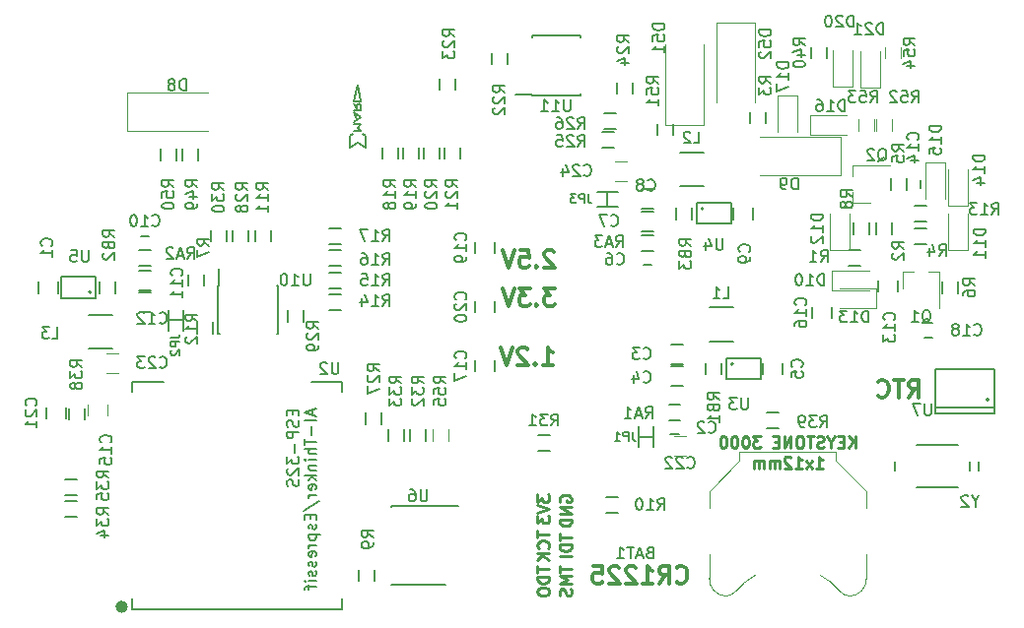
<source format=gbo>
G04 #@! TF.FileFunction,Legend,Bot*
%FSLAX46Y46*%
G04 Gerber Fmt 4.6, Leading zero omitted, Abs format (unit mm)*
G04 Created by KiCad (PCBNEW 4.0.7+dfsg1-1) date Thu Oct 12 22:49:32 2017*
%MOMM*%
%LPD*%
G01*
G04 APERTURE LIST*
%ADD10C,0.100000*%
%ADD11C,0.250000*%
%ADD12C,0.300000*%
%ADD13C,0.150000*%
%ADD14C,0.500000*%
%ADD15C,0.120000*%
%ADD16C,0.152400*%
%ADD17C,0.200000*%
G04 APERTURE END LIST*
D10*
D11*
X170370715Y-98716381D02*
X170370715Y-97716381D01*
X169799286Y-98716381D02*
X170227858Y-98144952D01*
X169799286Y-97716381D02*
X170370715Y-98287810D01*
X169370715Y-98192571D02*
X169037381Y-98192571D01*
X168894524Y-98716381D02*
X169370715Y-98716381D01*
X169370715Y-97716381D01*
X168894524Y-97716381D01*
X168275477Y-98240190D02*
X168275477Y-98716381D01*
X168608810Y-97716381D02*
X168275477Y-98240190D01*
X167942143Y-97716381D01*
X167656429Y-98668762D02*
X167513572Y-98716381D01*
X167275476Y-98716381D01*
X167180238Y-98668762D01*
X167132619Y-98621143D01*
X167085000Y-98525905D01*
X167085000Y-98430667D01*
X167132619Y-98335429D01*
X167180238Y-98287810D01*
X167275476Y-98240190D01*
X167465953Y-98192571D01*
X167561191Y-98144952D01*
X167608810Y-98097333D01*
X167656429Y-98002095D01*
X167656429Y-97906857D01*
X167608810Y-97811619D01*
X167561191Y-97764000D01*
X167465953Y-97716381D01*
X167227857Y-97716381D01*
X167085000Y-97764000D01*
X166799286Y-97716381D02*
X166227857Y-97716381D01*
X166513572Y-98716381D02*
X166513572Y-97716381D01*
X165704048Y-97716381D02*
X165513571Y-97716381D01*
X165418333Y-97764000D01*
X165323095Y-97859238D01*
X165275476Y-98049714D01*
X165275476Y-98383048D01*
X165323095Y-98573524D01*
X165418333Y-98668762D01*
X165513571Y-98716381D01*
X165704048Y-98716381D01*
X165799286Y-98668762D01*
X165894524Y-98573524D01*
X165942143Y-98383048D01*
X165942143Y-98049714D01*
X165894524Y-97859238D01*
X165799286Y-97764000D01*
X165704048Y-97716381D01*
X164846905Y-98716381D02*
X164846905Y-97716381D01*
X164275476Y-98716381D01*
X164275476Y-97716381D01*
X163799286Y-98192571D02*
X163465952Y-98192571D01*
X163323095Y-98716381D02*
X163799286Y-98716381D01*
X163799286Y-97716381D01*
X163323095Y-97716381D01*
X162227857Y-97716381D02*
X161608809Y-97716381D01*
X161942143Y-98097333D01*
X161799285Y-98097333D01*
X161704047Y-98144952D01*
X161656428Y-98192571D01*
X161608809Y-98287810D01*
X161608809Y-98525905D01*
X161656428Y-98621143D01*
X161704047Y-98668762D01*
X161799285Y-98716381D01*
X162085000Y-98716381D01*
X162180238Y-98668762D01*
X162227857Y-98621143D01*
X160989762Y-97716381D02*
X160894523Y-97716381D01*
X160799285Y-97764000D01*
X160751666Y-97811619D01*
X160704047Y-97906857D01*
X160656428Y-98097333D01*
X160656428Y-98335429D01*
X160704047Y-98525905D01*
X160751666Y-98621143D01*
X160799285Y-98668762D01*
X160894523Y-98716381D01*
X160989762Y-98716381D01*
X161085000Y-98668762D01*
X161132619Y-98621143D01*
X161180238Y-98525905D01*
X161227857Y-98335429D01*
X161227857Y-98097333D01*
X161180238Y-97906857D01*
X161132619Y-97811619D01*
X161085000Y-97764000D01*
X160989762Y-97716381D01*
X160037381Y-97716381D02*
X159942142Y-97716381D01*
X159846904Y-97764000D01*
X159799285Y-97811619D01*
X159751666Y-97906857D01*
X159704047Y-98097333D01*
X159704047Y-98335429D01*
X159751666Y-98525905D01*
X159799285Y-98621143D01*
X159846904Y-98668762D01*
X159942142Y-98716381D01*
X160037381Y-98716381D01*
X160132619Y-98668762D01*
X160180238Y-98621143D01*
X160227857Y-98525905D01*
X160275476Y-98335429D01*
X160275476Y-98097333D01*
X160227857Y-97906857D01*
X160180238Y-97811619D01*
X160132619Y-97764000D01*
X160037381Y-97716381D01*
X159085000Y-97716381D02*
X158989761Y-97716381D01*
X158894523Y-97764000D01*
X158846904Y-97811619D01*
X158799285Y-97906857D01*
X158751666Y-98097333D01*
X158751666Y-98335429D01*
X158799285Y-98525905D01*
X158846904Y-98621143D01*
X158894523Y-98668762D01*
X158989761Y-98716381D01*
X159085000Y-98716381D01*
X159180238Y-98668762D01*
X159227857Y-98621143D01*
X159275476Y-98525905D01*
X159323095Y-98335429D01*
X159323095Y-98097333D01*
X159275476Y-97906857D01*
X159227857Y-97811619D01*
X159180238Y-97764000D01*
X159085000Y-97716381D01*
X166989761Y-100466381D02*
X167561190Y-100466381D01*
X167275476Y-100466381D02*
X167275476Y-99466381D01*
X167370714Y-99609238D01*
X167465952Y-99704476D01*
X167561190Y-99752095D01*
X166656428Y-100466381D02*
X166132618Y-99799714D01*
X166656428Y-99799714D02*
X166132618Y-100466381D01*
X165227856Y-100466381D02*
X165799285Y-100466381D01*
X165513571Y-100466381D02*
X165513571Y-99466381D01*
X165608809Y-99609238D01*
X165704047Y-99704476D01*
X165799285Y-99752095D01*
X164846904Y-99561619D02*
X164799285Y-99514000D01*
X164704047Y-99466381D01*
X164465951Y-99466381D01*
X164370713Y-99514000D01*
X164323094Y-99561619D01*
X164275475Y-99656857D01*
X164275475Y-99752095D01*
X164323094Y-99894952D01*
X164894523Y-100466381D01*
X164275475Y-100466381D01*
X163846904Y-100466381D02*
X163846904Y-99799714D01*
X163846904Y-99894952D02*
X163799285Y-99847333D01*
X163704047Y-99799714D01*
X163561189Y-99799714D01*
X163465951Y-99847333D01*
X163418332Y-99942571D01*
X163418332Y-100466381D01*
X163418332Y-99942571D02*
X163370713Y-99847333D01*
X163275475Y-99799714D01*
X163132618Y-99799714D01*
X163037380Y-99847333D01*
X162989761Y-99942571D01*
X162989761Y-100466381D01*
X162513571Y-100466381D02*
X162513571Y-99799714D01*
X162513571Y-99894952D02*
X162465952Y-99847333D01*
X162370714Y-99799714D01*
X162227856Y-99799714D01*
X162132618Y-99847333D01*
X162084999Y-99942571D01*
X162084999Y-100466381D01*
X162084999Y-99942571D02*
X162037380Y-99847333D01*
X161942142Y-99799714D01*
X161799285Y-99799714D01*
X161704047Y-99847333D01*
X161656428Y-99942571D01*
X161656428Y-100466381D01*
D12*
X155027856Y-110215714D02*
X155099285Y-110287143D01*
X155313571Y-110358571D01*
X155456428Y-110358571D01*
X155670713Y-110287143D01*
X155813571Y-110144286D01*
X155884999Y-110001429D01*
X155956428Y-109715714D01*
X155956428Y-109501429D01*
X155884999Y-109215714D01*
X155813571Y-109072857D01*
X155670713Y-108930000D01*
X155456428Y-108858571D01*
X155313571Y-108858571D01*
X155099285Y-108930000D01*
X155027856Y-109001429D01*
X153527856Y-110358571D02*
X154027856Y-109644286D01*
X154384999Y-110358571D02*
X154384999Y-108858571D01*
X153813571Y-108858571D01*
X153670713Y-108930000D01*
X153599285Y-109001429D01*
X153527856Y-109144286D01*
X153527856Y-109358571D01*
X153599285Y-109501429D01*
X153670713Y-109572857D01*
X153813571Y-109644286D01*
X154384999Y-109644286D01*
X152099285Y-110358571D02*
X152956428Y-110358571D01*
X152527856Y-110358571D02*
X152527856Y-108858571D01*
X152670713Y-109072857D01*
X152813571Y-109215714D01*
X152956428Y-109287143D01*
X151527857Y-109001429D02*
X151456428Y-108930000D01*
X151313571Y-108858571D01*
X150956428Y-108858571D01*
X150813571Y-108930000D01*
X150742142Y-109001429D01*
X150670714Y-109144286D01*
X150670714Y-109287143D01*
X150742142Y-109501429D01*
X151599285Y-110358571D01*
X150670714Y-110358571D01*
X150099286Y-109001429D02*
X150027857Y-108930000D01*
X149885000Y-108858571D01*
X149527857Y-108858571D01*
X149385000Y-108930000D01*
X149313571Y-109001429D01*
X149242143Y-109144286D01*
X149242143Y-109287143D01*
X149313571Y-109501429D01*
X150170714Y-110358571D01*
X149242143Y-110358571D01*
X147885000Y-108858571D02*
X148599286Y-108858571D01*
X148670715Y-109572857D01*
X148599286Y-109501429D01*
X148456429Y-109430000D01*
X148099286Y-109430000D01*
X147956429Y-109501429D01*
X147885000Y-109572857D01*
X147813572Y-109715714D01*
X147813572Y-110072857D01*
X147885000Y-110215714D01*
X147956429Y-110287143D01*
X148099286Y-110358571D01*
X148456429Y-110358571D01*
X148599286Y-110287143D01*
X148670715Y-110215714D01*
X144502857Y-81823429D02*
X144431428Y-81752000D01*
X144288571Y-81680571D01*
X143931428Y-81680571D01*
X143788571Y-81752000D01*
X143717142Y-81823429D01*
X143645714Y-81966286D01*
X143645714Y-82109143D01*
X143717142Y-82323429D01*
X144574285Y-83180571D01*
X143645714Y-83180571D01*
X143002857Y-83037714D02*
X142931429Y-83109143D01*
X143002857Y-83180571D01*
X143074286Y-83109143D01*
X143002857Y-83037714D01*
X143002857Y-83180571D01*
X141574285Y-81680571D02*
X142288571Y-81680571D01*
X142360000Y-82394857D01*
X142288571Y-82323429D01*
X142145714Y-82252000D01*
X141788571Y-82252000D01*
X141645714Y-82323429D01*
X141574285Y-82394857D01*
X141502857Y-82537714D01*
X141502857Y-82894857D01*
X141574285Y-83037714D01*
X141645714Y-83109143D01*
X141788571Y-83180571D01*
X142145714Y-83180571D01*
X142288571Y-83109143D01*
X142360000Y-83037714D01*
X141074286Y-81680571D02*
X140574286Y-83180571D01*
X140074286Y-81680571D01*
X144574285Y-84982571D02*
X143645714Y-84982571D01*
X144145714Y-85554000D01*
X143931428Y-85554000D01*
X143788571Y-85625429D01*
X143717142Y-85696857D01*
X143645714Y-85839714D01*
X143645714Y-86196857D01*
X143717142Y-86339714D01*
X143788571Y-86411143D01*
X143931428Y-86482571D01*
X144360000Y-86482571D01*
X144502857Y-86411143D01*
X144574285Y-86339714D01*
X143002857Y-86339714D02*
X142931429Y-86411143D01*
X143002857Y-86482571D01*
X143074286Y-86411143D01*
X143002857Y-86339714D01*
X143002857Y-86482571D01*
X142431428Y-84982571D02*
X141502857Y-84982571D01*
X142002857Y-85554000D01*
X141788571Y-85554000D01*
X141645714Y-85625429D01*
X141574285Y-85696857D01*
X141502857Y-85839714D01*
X141502857Y-86196857D01*
X141574285Y-86339714D01*
X141645714Y-86411143D01*
X141788571Y-86482571D01*
X142217143Y-86482571D01*
X142360000Y-86411143D01*
X142431428Y-86339714D01*
X141074286Y-84982571D02*
X140574286Y-86482571D01*
X140074286Y-84982571D01*
X143518714Y-91562571D02*
X144375857Y-91562571D01*
X143947285Y-91562571D02*
X143947285Y-90062571D01*
X144090142Y-90276857D01*
X144233000Y-90419714D01*
X144375857Y-90491143D01*
X142875857Y-91419714D02*
X142804429Y-91491143D01*
X142875857Y-91562571D01*
X142947286Y-91491143D01*
X142875857Y-91419714D01*
X142875857Y-91562571D01*
X142233000Y-90205429D02*
X142161571Y-90134000D01*
X142018714Y-90062571D01*
X141661571Y-90062571D01*
X141518714Y-90134000D01*
X141447285Y-90205429D01*
X141375857Y-90348286D01*
X141375857Y-90491143D01*
X141447285Y-90705429D01*
X142304428Y-91562571D01*
X141375857Y-91562571D01*
X140947286Y-90062571D02*
X140447286Y-91562571D01*
X139947286Y-90062571D01*
D11*
X143082381Y-105854286D02*
X143082381Y-106425715D01*
X144082381Y-106140000D02*
X143082381Y-106140000D01*
X143987143Y-107330477D02*
X144034762Y-107282858D01*
X144082381Y-107140001D01*
X144082381Y-107044763D01*
X144034762Y-106901905D01*
X143939524Y-106806667D01*
X143844286Y-106759048D01*
X143653810Y-106711429D01*
X143510952Y-106711429D01*
X143320476Y-106759048D01*
X143225238Y-106806667D01*
X143130000Y-106901905D01*
X143082381Y-107044763D01*
X143082381Y-107140001D01*
X143130000Y-107282858D01*
X143177619Y-107330477D01*
X144082381Y-107759048D02*
X143082381Y-107759048D01*
X144082381Y-108330477D02*
X143510952Y-107901905D01*
X143082381Y-108330477D02*
X143653810Y-107759048D01*
X143082381Y-102726905D02*
X143082381Y-103345953D01*
X143463333Y-103012619D01*
X143463333Y-103155477D01*
X143510952Y-103250715D01*
X143558571Y-103298334D01*
X143653810Y-103345953D01*
X143891905Y-103345953D01*
X143987143Y-103298334D01*
X144034762Y-103250715D01*
X144082381Y-103155477D01*
X144082381Y-102869762D01*
X144034762Y-102774524D01*
X143987143Y-102726905D01*
X143082381Y-103631667D02*
X144082381Y-103965000D01*
X143082381Y-104298334D01*
X143082381Y-104536429D02*
X143082381Y-105155477D01*
X143463333Y-104822143D01*
X143463333Y-104965001D01*
X143510952Y-105060239D01*
X143558571Y-105107858D01*
X143653810Y-105155477D01*
X143891905Y-105155477D01*
X143987143Y-105107858D01*
X144034762Y-105060239D01*
X144082381Y-104965001D01*
X144082381Y-104679286D01*
X144034762Y-104584048D01*
X143987143Y-104536429D01*
X143082381Y-108878476D02*
X143082381Y-109449905D01*
X144082381Y-109164190D02*
X143082381Y-109164190D01*
X144082381Y-109783238D02*
X143082381Y-109783238D01*
X143082381Y-110021333D01*
X143130000Y-110164191D01*
X143225238Y-110259429D01*
X143320476Y-110307048D01*
X143510952Y-110354667D01*
X143653810Y-110354667D01*
X143844286Y-110307048D01*
X143939524Y-110259429D01*
X144034762Y-110164191D01*
X144082381Y-110021333D01*
X144082381Y-109783238D01*
X143082381Y-110973714D02*
X143082381Y-111164191D01*
X143130000Y-111259429D01*
X143225238Y-111354667D01*
X143415714Y-111402286D01*
X143749048Y-111402286D01*
X143939524Y-111354667D01*
X144034762Y-111259429D01*
X144082381Y-111164191D01*
X144082381Y-110973714D01*
X144034762Y-110878476D01*
X143939524Y-110783238D01*
X143749048Y-110735619D01*
X143415714Y-110735619D01*
X143225238Y-110783238D01*
X143130000Y-110878476D01*
X143082381Y-110973714D01*
X145035000Y-103330096D02*
X144987381Y-103234858D01*
X144987381Y-103092001D01*
X145035000Y-102949143D01*
X145130238Y-102853905D01*
X145225476Y-102806286D01*
X145415952Y-102758667D01*
X145558810Y-102758667D01*
X145749286Y-102806286D01*
X145844524Y-102853905D01*
X145939762Y-102949143D01*
X145987381Y-103092001D01*
X145987381Y-103187239D01*
X145939762Y-103330096D01*
X145892143Y-103377715D01*
X145558810Y-103377715D01*
X145558810Y-103187239D01*
X145987381Y-103806286D02*
X144987381Y-103806286D01*
X145987381Y-104377715D01*
X144987381Y-104377715D01*
X145987381Y-104853905D02*
X144987381Y-104853905D01*
X144987381Y-105092000D01*
X145035000Y-105234858D01*
X145130238Y-105330096D01*
X145225476Y-105377715D01*
X145415952Y-105425334D01*
X145558810Y-105425334D01*
X145749286Y-105377715D01*
X145844524Y-105330096D01*
X145939762Y-105234858D01*
X145987381Y-105092000D01*
X145987381Y-104853905D01*
X144987381Y-106116191D02*
X144987381Y-106687620D01*
X145987381Y-106401905D02*
X144987381Y-106401905D01*
X145987381Y-107020953D02*
X144987381Y-107020953D01*
X144987381Y-107259048D01*
X145035000Y-107401906D01*
X145130238Y-107497144D01*
X145225476Y-107544763D01*
X145415952Y-107592382D01*
X145558810Y-107592382D01*
X145749286Y-107544763D01*
X145844524Y-107497144D01*
X145939762Y-107401906D01*
X145987381Y-107259048D01*
X145987381Y-107020953D01*
X145987381Y-108020953D02*
X144987381Y-108020953D01*
X144987381Y-108854667D02*
X144987381Y-109426096D01*
X145987381Y-109140381D02*
X144987381Y-109140381D01*
X145987381Y-109759429D02*
X144987381Y-109759429D01*
X145701667Y-110092763D01*
X144987381Y-110426096D01*
X145987381Y-110426096D01*
X145939762Y-110854667D02*
X145987381Y-110997524D01*
X145987381Y-111235620D01*
X145939762Y-111330858D01*
X145892143Y-111378477D01*
X145796905Y-111426096D01*
X145701667Y-111426096D01*
X145606429Y-111378477D01*
X145558810Y-111330858D01*
X145511190Y-111235620D01*
X145463571Y-111045143D01*
X145415952Y-110949905D01*
X145368333Y-110902286D01*
X145273095Y-110854667D01*
X145177857Y-110854667D01*
X145082619Y-110902286D01*
X145035000Y-110949905D01*
X144987381Y-111045143D01*
X144987381Y-111283239D01*
X145035000Y-111426096D01*
D12*
X174967142Y-94356571D02*
X175467142Y-93642286D01*
X175824285Y-94356571D02*
X175824285Y-92856571D01*
X175252857Y-92856571D01*
X175109999Y-92928000D01*
X175038571Y-92999429D01*
X174967142Y-93142286D01*
X174967142Y-93356571D01*
X175038571Y-93499429D01*
X175109999Y-93570857D01*
X175252857Y-93642286D01*
X175824285Y-93642286D01*
X174538571Y-92856571D02*
X173681428Y-92856571D01*
X174109999Y-94356571D02*
X174109999Y-92856571D01*
X172324285Y-94213714D02*
X172395714Y-94285143D01*
X172610000Y-94356571D01*
X172752857Y-94356571D01*
X172967142Y-94285143D01*
X173110000Y-94142286D01*
X173181428Y-93999429D01*
X173252857Y-93713714D01*
X173252857Y-93499429D01*
X173181428Y-93213714D01*
X173110000Y-93070857D01*
X172967142Y-92928000D01*
X172752857Y-92856571D01*
X172610000Y-92856571D01*
X172395714Y-92928000D01*
X172324285Y-92999429D01*
D13*
X151758000Y-97742000D02*
X153028000Y-97742000D01*
X153028000Y-96853000D02*
X153028000Y-98631000D01*
X151758000Y-96853000D02*
X151758000Y-98631000D01*
X108232500Y-112562000D02*
X108232500Y-111673000D01*
X126266500Y-112562000D02*
X108232500Y-112562000D01*
X126266500Y-111673000D02*
X126266500Y-112562000D01*
X126266500Y-93004000D02*
X126266500Y-93893000D01*
X123663000Y-93004000D02*
X126266500Y-93004000D01*
X108232500Y-93004000D02*
X110963000Y-93004000D01*
X108232500Y-93893000D02*
X108232500Y-93004000D01*
D14*
X107638415Y-112384338D02*
G75*
G03X107638415Y-112384338I-283981J0D01*
G01*
D15*
X157345000Y-70900000D02*
X154045000Y-70900000D01*
X154045000Y-70900000D02*
X154045000Y-64000000D01*
X157345000Y-70900000D02*
X157345000Y-64000000D01*
D13*
X153369000Y-70826000D02*
X153369000Y-71826000D01*
X154719000Y-71826000D02*
X154719000Y-70826000D01*
X157870000Y-89565000D02*
X159870000Y-89565000D01*
X159870000Y-86615000D02*
X157870000Y-86615000D01*
X159886803Y-91500000D02*
G75*
G03X159886803Y-91500000I-111803J0D01*
G01*
X159275000Y-92800000D02*
X162275000Y-92800000D01*
X162275000Y-92800000D02*
X162275000Y-91000000D01*
X162275000Y-91000000D02*
X159275000Y-91000000D01*
X159275000Y-91000000D02*
X159275000Y-92800000D01*
X155330000Y-76230000D02*
X157330000Y-76230000D01*
X157330000Y-73280000D02*
X155330000Y-73280000D01*
X157346803Y-78135000D02*
G75*
G03X157346803Y-78135000I-111803J0D01*
G01*
X156735000Y-79435000D02*
X159735000Y-79435000D01*
X159735000Y-79435000D02*
X159735000Y-77635000D01*
X159735000Y-77635000D02*
X156735000Y-77635000D01*
X156735000Y-77635000D02*
X156735000Y-79435000D01*
X106530000Y-87250000D02*
X104530000Y-87250000D01*
X104530000Y-90200000D02*
X106530000Y-90200000D01*
X104736803Y-85315000D02*
G75*
G03X104736803Y-85315000I-111803J0D01*
G01*
X105125000Y-84015000D02*
X102125000Y-84015000D01*
X102125000Y-84015000D02*
X102125000Y-85815000D01*
X102125000Y-85815000D02*
X105125000Y-85815000D01*
X105125000Y-85815000D02*
X105125000Y-84015000D01*
X100235000Y-85415000D02*
X100235000Y-84415000D01*
X101935000Y-84415000D02*
X101935000Y-85415000D01*
X155560000Y-91480000D02*
X154560000Y-91480000D01*
X154560000Y-89780000D02*
X155560000Y-89780000D01*
X155560000Y-93385000D02*
X154560000Y-93385000D01*
X154560000Y-91685000D02*
X155560000Y-91685000D01*
X164165000Y-91400000D02*
X164165000Y-92400000D01*
X162465000Y-92400000D02*
X162465000Y-91400000D01*
X153020000Y-80050000D02*
X152020000Y-80050000D01*
X152020000Y-78350000D02*
X153020000Y-78350000D01*
X153020000Y-78145000D02*
X152020000Y-78145000D01*
X152020000Y-76445000D02*
X153020000Y-76445000D01*
X161625000Y-78065000D02*
X161625000Y-79065000D01*
X159925000Y-79065000D02*
X159925000Y-78065000D01*
X108840000Y-83430000D02*
X109840000Y-83430000D01*
X109840000Y-85130000D02*
X108840000Y-85130000D01*
X108840000Y-85335000D02*
X109840000Y-85335000D01*
X109840000Y-87035000D02*
X108840000Y-87035000D01*
X181857000Y-94567000D02*
G75*
G03X181857000Y-94567000I-127000J0D01*
G01*
X182365000Y-95202000D02*
X177285000Y-95202000D01*
X182365000Y-91900000D02*
X177285000Y-91900000D01*
X182365000Y-95710000D02*
X177285000Y-95710000D01*
X182365000Y-95710000D02*
X182365000Y-91900000D01*
X177285000Y-95710000D02*
X177285000Y-91900000D01*
X174071000Y-84288000D02*
X174071000Y-85288000D01*
X172371000Y-85288000D02*
X172371000Y-84288000D01*
D15*
X174435000Y-83520000D02*
X175365000Y-83520000D01*
X177595000Y-83520000D02*
X176665000Y-83520000D01*
X177595000Y-83520000D02*
X177595000Y-86680000D01*
X174435000Y-83520000D02*
X174435000Y-84980000D01*
X170175000Y-77605000D02*
X170175000Y-76675000D01*
X170175000Y-74445000D02*
X170175000Y-75375000D01*
X170175000Y-74445000D02*
X173335000Y-74445000D01*
X170175000Y-77605000D02*
X171635000Y-77605000D01*
D13*
X154510000Y-97510000D02*
X155210000Y-97510000D01*
X155210000Y-96310000D02*
X154510000Y-96310000D01*
X152170000Y-82975000D02*
X152870000Y-82975000D01*
X152870000Y-81775000D02*
X152170000Y-81775000D01*
X109690000Y-80505000D02*
X108990000Y-80505000D01*
X108990000Y-81705000D02*
X109690000Y-81705000D01*
X174780000Y-75675000D02*
X174780000Y-76375000D01*
X175980000Y-76375000D02*
X175980000Y-75675000D01*
X170800000Y-81700000D02*
X169800000Y-81700000D01*
X169800000Y-83050000D02*
X170800000Y-83050000D01*
X172165000Y-79335000D02*
X172165000Y-80335000D01*
X173515000Y-80335000D02*
X173515000Y-79335000D01*
X175515000Y-81145000D02*
X176515000Y-81145000D01*
X176515000Y-79795000D02*
X175515000Y-79795000D01*
X174785000Y-76525000D02*
X174785000Y-75525000D01*
X173435000Y-75525000D02*
X173435000Y-76525000D01*
X179230000Y-85415000D02*
X179230000Y-84415000D01*
X177880000Y-84415000D02*
X177880000Y-85415000D01*
X114460000Y-84780000D02*
X114460000Y-83780000D01*
X113110000Y-83780000D02*
X113110000Y-84780000D01*
X170260000Y-79335000D02*
X170260000Y-80335000D01*
X171610000Y-80335000D02*
X171610000Y-79335000D01*
X129065000Y-110180000D02*
X129065000Y-109180000D01*
X127715000Y-109180000D02*
X127715000Y-110180000D01*
X148972000Y-104259000D02*
X149972000Y-104259000D01*
X149972000Y-102909000D02*
X148972000Y-102909000D01*
X175515000Y-79240000D02*
X176515000Y-79240000D01*
X176515000Y-77890000D02*
X175515000Y-77890000D01*
X155360000Y-94965000D02*
X154360000Y-94965000D01*
X154360000Y-96315000D02*
X155360000Y-96315000D01*
X108840000Y-83050000D02*
X109840000Y-83050000D01*
X109840000Y-81700000D02*
X108840000Y-81700000D01*
X153020000Y-80430000D02*
X152020000Y-80430000D01*
X152020000Y-81780000D02*
X153020000Y-81780000D01*
X158910000Y-92400000D02*
X158910000Y-91400000D01*
X157560000Y-91400000D02*
X157560000Y-92400000D01*
X105490000Y-84415000D02*
X105490000Y-85415000D01*
X106840000Y-85415000D02*
X106840000Y-84415000D01*
X156370000Y-79065000D02*
X156370000Y-78065000D01*
X155020000Y-78065000D02*
X155020000Y-79065000D01*
X125182000Y-86860000D02*
X126182000Y-86860000D01*
X126182000Y-85510000D02*
X125182000Y-85510000D01*
X125182000Y-84954000D02*
X126182000Y-84954000D01*
X126182000Y-83604000D02*
X125182000Y-83604000D01*
X125182000Y-83050000D02*
X126182000Y-83050000D01*
X126182000Y-81700000D02*
X125182000Y-81700000D01*
X125182000Y-81145000D02*
X126182000Y-81145000D01*
X126182000Y-79795000D02*
X125182000Y-79795000D01*
X129747000Y-72858000D02*
X129747000Y-73858000D01*
X131097000Y-73858000D02*
X131097000Y-72858000D01*
X131525000Y-72858000D02*
X131525000Y-73858000D01*
X132875000Y-73858000D02*
X132875000Y-72858000D01*
X133303000Y-72858000D02*
X133303000Y-73858000D01*
X134653000Y-73858000D02*
X134653000Y-72858000D01*
X135081000Y-72858000D02*
X135081000Y-73858000D01*
X136431000Y-73858000D02*
X136431000Y-72858000D01*
X115655000Y-84745000D02*
X115705000Y-84745000D01*
X115655000Y-88895000D02*
X115800000Y-88895000D01*
X120805000Y-88895000D02*
X120660000Y-88895000D01*
X120805000Y-84745000D02*
X120660000Y-84745000D01*
X115655000Y-84745000D02*
X115655000Y-88895000D01*
X120805000Y-84745000D02*
X120805000Y-88895000D01*
X115705000Y-84745000D02*
X115705000Y-83345000D01*
X176300000Y-89198000D02*
X177000000Y-89198000D01*
X177000000Y-87998000D02*
X176300000Y-87998000D01*
X142605000Y-68375000D02*
X142605000Y-68325000D01*
X146755000Y-68375000D02*
X146755000Y-68230000D01*
X146755000Y-63225000D02*
X146755000Y-63370000D01*
X142605000Y-63225000D02*
X142605000Y-63370000D01*
X142605000Y-68375000D02*
X146755000Y-68375000D01*
X142605000Y-63225000D02*
X146755000Y-63225000D01*
X142605000Y-68325000D02*
X141205000Y-68325000D01*
X161370000Y-69810000D02*
X161370000Y-70810000D01*
X162720000Y-70810000D02*
X162720000Y-69810000D01*
X139145000Y-64730000D02*
X139145000Y-65730000D01*
X140495000Y-65730000D02*
X140495000Y-64730000D01*
X134700000Y-66932000D02*
X134700000Y-67932000D01*
X136050000Y-67932000D02*
X136050000Y-66932000D01*
X149940000Y-67270000D02*
X149940000Y-68270000D01*
X151290000Y-68270000D02*
X151290000Y-67270000D01*
X148675000Y-72890000D02*
X149675000Y-72890000D01*
X149675000Y-71540000D02*
X148675000Y-71540000D01*
X148780000Y-71275000D02*
X149780000Y-71275000D01*
X149780000Y-69925000D02*
X148780000Y-69925000D01*
X130510000Y-103690000D02*
X130510000Y-103790000D01*
X130510000Y-110515000D02*
X130510000Y-110490000D01*
X135160000Y-110515000D02*
X135160000Y-110490000D01*
X136235000Y-103690000D02*
X130510000Y-103690000D01*
X135160000Y-110515000D02*
X130510000Y-110515000D01*
X120175000Y-80970000D02*
X120175000Y-79970000D01*
X118825000Y-79970000D02*
X118825000Y-80970000D01*
X113805000Y-87900000D02*
X113805000Y-88900000D01*
X115155000Y-88900000D02*
X115155000Y-87900000D01*
X128350000Y-95675000D02*
X128350000Y-96675000D01*
X129700000Y-96675000D02*
X129700000Y-95675000D01*
X118270000Y-80970000D02*
X118270000Y-79970000D01*
X116920000Y-79970000D02*
X116920000Y-80970000D01*
X122955000Y-87900000D02*
X122955000Y-86900000D01*
X121605000Y-86900000D02*
X121605000Y-87900000D01*
X116365000Y-80970000D02*
X116365000Y-79970000D01*
X115015000Y-79970000D02*
X115015000Y-80970000D01*
X143130000Y-98925000D02*
X144130000Y-98925000D01*
X144130000Y-97575000D02*
X143130000Y-97575000D01*
X132160000Y-97115000D02*
X132160000Y-98115000D01*
X133510000Y-98115000D02*
X133510000Y-97115000D01*
X130255000Y-97115000D02*
X130255000Y-98115000D01*
X131605000Y-98115000D02*
X131605000Y-97115000D01*
X103490000Y-103290000D02*
X102490000Y-103290000D01*
X102490000Y-104640000D02*
X103490000Y-104640000D01*
X103490000Y-101385000D02*
X102490000Y-101385000D01*
X102490000Y-102735000D02*
X103490000Y-102735000D01*
X102823000Y-95294000D02*
X102823000Y-96294000D01*
X104173000Y-96294000D02*
X104173000Y-95294000D01*
X168356000Y-86574000D02*
X168356000Y-87574000D01*
X166656000Y-87574000D02*
X166656000Y-86574000D01*
X162815000Y-97020000D02*
X163815000Y-97020000D01*
X163815000Y-95670000D02*
X162815000Y-95670000D01*
X166577000Y-64222000D02*
X166577000Y-65222000D01*
X167927000Y-65222000D02*
X167927000Y-64222000D01*
X137700000Y-92146000D02*
X137700000Y-91146000D01*
X139400000Y-91146000D02*
X139400000Y-92146000D01*
X139400000Y-80986000D02*
X139400000Y-81986000D01*
X137700000Y-81986000D02*
X137700000Y-80986000D01*
X137700000Y-87066000D02*
X137700000Y-86066000D01*
X139400000Y-86066000D02*
X139400000Y-87066000D01*
X100870000Y-96210000D02*
X100870000Y-95210000D01*
X102570000Y-95210000D02*
X102570000Y-96210000D01*
X112602000Y-72985000D02*
X112602000Y-73985000D01*
X113952000Y-73985000D02*
X113952000Y-72985000D01*
X110697000Y-72985000D02*
X110697000Y-73985000D01*
X112047000Y-73985000D02*
X112047000Y-72985000D01*
D15*
X172160000Y-70445000D02*
X172160000Y-71445000D01*
X173520000Y-71445000D02*
X173520000Y-70445000D01*
X170636000Y-70445000D02*
X170636000Y-71445000D01*
X171996000Y-71445000D02*
X171996000Y-70445000D01*
D13*
X173812000Y-99882000D02*
X173812000Y-100682000D01*
X179212000Y-98482000D02*
X175612000Y-98482000D01*
X179212000Y-102082000D02*
X175612000Y-102082000D01*
X180212000Y-99882000D02*
X180212000Y-100682000D01*
X181012000Y-99882000D02*
X181012000Y-100682000D01*
D15*
X106126000Y-94956000D02*
X106126000Y-95956000D01*
X104426000Y-95956000D02*
X104426000Y-94956000D01*
X107861000Y-71452000D02*
X107861000Y-68152000D01*
X107861000Y-68152000D02*
X114761000Y-68152000D01*
X107861000Y-71452000D02*
X114761000Y-71452000D01*
X169112000Y-71962000D02*
X169112000Y-75262000D01*
X169112000Y-75262000D02*
X162212000Y-75262000D01*
X169112000Y-71962000D02*
X162212000Y-71962000D01*
X158490000Y-62100000D02*
X161790000Y-62100000D01*
X161790000Y-62100000D02*
X161790000Y-69000000D01*
X158490000Y-62100000D02*
X158490000Y-69000000D01*
X155814000Y-99354000D02*
X154814000Y-99354000D01*
X154814000Y-97654000D02*
X155814000Y-97654000D01*
X106046000Y-90542000D02*
X107046000Y-90542000D01*
X107046000Y-92242000D02*
X106046000Y-92242000D01*
X149734000Y-74032000D02*
X150734000Y-74032000D01*
X150734000Y-75732000D02*
X149734000Y-75732000D01*
X172922000Y-64222000D02*
X172922000Y-65222000D01*
X174282000Y-65222000D02*
X174282000Y-64222000D01*
X135420000Y-98115000D02*
X135420000Y-97115000D01*
X134060000Y-97115000D02*
X134060000Y-98115000D01*
D13*
X126928000Y-71869000D02*
X127228000Y-71669000D01*
X128328000Y-71869000D02*
X128028000Y-71669000D01*
X126928000Y-72869000D02*
X126928000Y-71869000D01*
X127628000Y-72469000D02*
X126928000Y-72869000D01*
X128328000Y-72869000D02*
X127628000Y-72469000D01*
X128328000Y-71869000D02*
X128328000Y-72869000D01*
X127628000Y-67469000D02*
X127328000Y-68869000D01*
X127928000Y-68869000D02*
X127628000Y-67469000D01*
X127328000Y-68869000D02*
X127928000Y-68869000D01*
X127328000Y-69069000D02*
X127528000Y-69569000D01*
X127528000Y-69269000D02*
X127528000Y-69669000D01*
X127728000Y-69069000D02*
X127528000Y-69269000D01*
X127928000Y-69269000D02*
X127728000Y-69069000D01*
X127928000Y-69669000D02*
X127928000Y-69269000D01*
X127328000Y-69669000D02*
X127928000Y-69669000D01*
X127328000Y-69869000D02*
X127528000Y-70469000D01*
X127928000Y-70269000D02*
X127328000Y-69869000D01*
X127328000Y-70669000D02*
X127928000Y-70269000D01*
X127928000Y-70869000D02*
X127328000Y-70869000D01*
X127628000Y-71169000D02*
X127928000Y-70869000D01*
X127928000Y-71469000D02*
X127628000Y-71169000D01*
X127328000Y-71469000D02*
X127928000Y-71469000D01*
D15*
X160091264Y-111074552D02*
G75*
G02X161785000Y-109670000I4493736J-3695448D01*
G01*
X167317553Y-109624793D02*
G75*
G02X169085000Y-111070000I-2732553J-5145207D01*
G01*
X159170385Y-111454160D02*
G75*
G03X160085000Y-111070000I124615J984160D01*
G01*
X169999615Y-111454160D02*
G75*
G02X169085000Y-111070000I-124615J984160D01*
G01*
X157835000Y-109920000D02*
G75*
G03X159285000Y-111470000I1500000J-50000D01*
G01*
X171335000Y-109920000D02*
G75*
G02X169885000Y-111470000I-1500000J-50000D01*
G01*
X157835000Y-107870000D02*
X157835000Y-109970000D01*
X171335000Y-107870000D02*
X171335000Y-109970000D01*
X171335000Y-103870000D02*
X171335000Y-102420000D01*
X171335000Y-102420000D02*
X168735000Y-99820000D01*
X168735000Y-99820000D02*
X168735000Y-99020000D01*
X168735000Y-99020000D02*
X160435000Y-99020000D01*
X160435000Y-99020000D02*
X160435000Y-99820000D01*
X160435000Y-99820000D02*
X157835000Y-102420000D01*
X157835000Y-102420000D02*
X157835000Y-103870000D01*
X170134000Y-67638000D02*
X168434000Y-67638000D01*
X168434000Y-67638000D02*
X168434000Y-64488000D01*
X170134000Y-67638000D02*
X170134000Y-64488000D01*
X172547000Y-67731000D02*
X170847000Y-67731000D01*
X170847000Y-67731000D02*
X170847000Y-64581000D01*
X172547000Y-67731000D02*
X172547000Y-64581000D01*
X168400000Y-85130000D02*
X168400000Y-83430000D01*
X168400000Y-83430000D02*
X171550000Y-83430000D01*
X168400000Y-85130000D02*
X171550000Y-85130000D01*
X180040000Y-81735000D02*
X178340000Y-81735000D01*
X178340000Y-81735000D02*
X178340000Y-78585000D01*
X180040000Y-81735000D02*
X180040000Y-78585000D01*
X169880000Y-81735000D02*
X168180000Y-81735000D01*
X168180000Y-81735000D02*
X168180000Y-78585000D01*
X169880000Y-81735000D02*
X169880000Y-78585000D01*
X172200000Y-84954000D02*
X172200000Y-86654000D01*
X172200000Y-86654000D02*
X169050000Y-86654000D01*
X172200000Y-84954000D02*
X169050000Y-84954000D01*
X180040000Y-77925000D02*
X178340000Y-77925000D01*
X178340000Y-77925000D02*
X178340000Y-74775000D01*
X180040000Y-77925000D02*
X180040000Y-74775000D01*
X176435000Y-74125000D02*
X178135000Y-74125000D01*
X178135000Y-74125000D02*
X178135000Y-77275000D01*
X176435000Y-74125000D02*
X176435000Y-77275000D01*
X166495000Y-71795000D02*
X166495000Y-70095000D01*
X166495000Y-70095000D02*
X169645000Y-70095000D01*
X166495000Y-71795000D02*
X169645000Y-71795000D01*
X163735000Y-68410000D02*
X165435000Y-68410000D01*
X165435000Y-68410000D02*
X165435000Y-71560000D01*
X163735000Y-68410000D02*
X163735000Y-71560000D01*
D13*
X111372000Y-87709000D02*
X112642000Y-87709000D01*
X112642000Y-86820000D02*
X112642000Y-88598000D01*
X111372000Y-86820000D02*
X111372000Y-88598000D01*
X149091000Y-76660000D02*
X149091000Y-77930000D01*
X149980000Y-77930000D02*
X148202000Y-77930000D01*
X149980000Y-76660000D02*
X148202000Y-76660000D01*
D16*
X151249999Y-97324714D02*
X151249999Y-97869000D01*
X151286285Y-97977857D01*
X151358856Y-98050429D01*
X151467713Y-98086714D01*
X151540285Y-98086714D01*
X150887142Y-98086714D02*
X150887142Y-97324714D01*
X150596857Y-97324714D01*
X150524285Y-97361000D01*
X150488000Y-97397286D01*
X150451714Y-97469857D01*
X150451714Y-97578714D01*
X150488000Y-97651286D01*
X150524285Y-97687571D01*
X150596857Y-97723857D01*
X150887142Y-97723857D01*
X149726000Y-98086714D02*
X150161428Y-98086714D01*
X149943714Y-98086714D02*
X149943714Y-97324714D01*
X150016285Y-97433571D01*
X150088857Y-97506143D01*
X150161428Y-97542429D01*
D13*
X125976905Y-91352381D02*
X125976905Y-92161905D01*
X125929286Y-92257143D01*
X125881667Y-92304762D01*
X125786429Y-92352381D01*
X125595952Y-92352381D01*
X125500714Y-92304762D01*
X125453095Y-92257143D01*
X125405476Y-92161905D01*
X125405476Y-91352381D01*
X124976905Y-91447619D02*
X124929286Y-91400000D01*
X124834048Y-91352381D01*
X124595952Y-91352381D01*
X124500714Y-91400000D01*
X124453095Y-91447619D01*
X124405476Y-91542857D01*
X124405476Y-91638095D01*
X124453095Y-91780952D01*
X125024524Y-92352381D01*
X124405476Y-92352381D01*
X123779667Y-95446333D02*
X123779667Y-95922524D01*
X124065381Y-95351095D02*
X123065381Y-95684428D01*
X124065381Y-96017762D01*
X124065381Y-96351095D02*
X123065381Y-96351095D01*
X123684429Y-96827285D02*
X123684429Y-97589190D01*
X123065381Y-97922523D02*
X123065381Y-98493952D01*
X124065381Y-98208237D02*
X123065381Y-98208237D01*
X124065381Y-98827285D02*
X123065381Y-98827285D01*
X124065381Y-99255857D02*
X123541571Y-99255857D01*
X123446333Y-99208238D01*
X123398714Y-99113000D01*
X123398714Y-98970142D01*
X123446333Y-98874904D01*
X123493952Y-98827285D01*
X124065381Y-99732047D02*
X123398714Y-99732047D01*
X123065381Y-99732047D02*
X123113000Y-99684428D01*
X123160619Y-99732047D01*
X123113000Y-99779666D01*
X123065381Y-99732047D01*
X123160619Y-99732047D01*
X123398714Y-100208237D02*
X124065381Y-100208237D01*
X123493952Y-100208237D02*
X123446333Y-100255856D01*
X123398714Y-100351094D01*
X123398714Y-100493952D01*
X123446333Y-100589190D01*
X123541571Y-100636809D01*
X124065381Y-100636809D01*
X124065381Y-101112999D02*
X123065381Y-101112999D01*
X123684429Y-101208237D02*
X124065381Y-101493952D01*
X123398714Y-101493952D02*
X123779667Y-101112999D01*
X124017762Y-102303476D02*
X124065381Y-102208238D01*
X124065381Y-102017761D01*
X124017762Y-101922523D01*
X123922524Y-101874904D01*
X123541571Y-101874904D01*
X123446333Y-101922523D01*
X123398714Y-102017761D01*
X123398714Y-102208238D01*
X123446333Y-102303476D01*
X123541571Y-102351095D01*
X123636810Y-102351095D01*
X123732048Y-101874904D01*
X124065381Y-102779666D02*
X123398714Y-102779666D01*
X123589190Y-102779666D02*
X123493952Y-102827285D01*
X123446333Y-102874904D01*
X123398714Y-102970142D01*
X123398714Y-103065381D01*
X123017762Y-104113000D02*
X124303476Y-103255857D01*
X123541571Y-104446333D02*
X123541571Y-104779667D01*
X124065381Y-104922524D02*
X124065381Y-104446333D01*
X123065381Y-104446333D01*
X123065381Y-104922524D01*
X124017762Y-105303476D02*
X124065381Y-105398714D01*
X124065381Y-105589190D01*
X124017762Y-105684429D01*
X123922524Y-105732048D01*
X123874905Y-105732048D01*
X123779667Y-105684429D01*
X123732048Y-105589190D01*
X123732048Y-105446333D01*
X123684429Y-105351095D01*
X123589190Y-105303476D01*
X123541571Y-105303476D01*
X123446333Y-105351095D01*
X123398714Y-105446333D01*
X123398714Y-105589190D01*
X123446333Y-105684429D01*
X123398714Y-106160619D02*
X124398714Y-106160619D01*
X123446333Y-106160619D02*
X123398714Y-106255857D01*
X123398714Y-106446334D01*
X123446333Y-106541572D01*
X123493952Y-106589191D01*
X123589190Y-106636810D01*
X123874905Y-106636810D01*
X123970143Y-106589191D01*
X124017762Y-106541572D01*
X124065381Y-106446334D01*
X124065381Y-106255857D01*
X124017762Y-106160619D01*
X124065381Y-107065381D02*
X123398714Y-107065381D01*
X123589190Y-107065381D02*
X123493952Y-107113000D01*
X123446333Y-107160619D01*
X123398714Y-107255857D01*
X123398714Y-107351096D01*
X124017762Y-108065382D02*
X124065381Y-107970144D01*
X124065381Y-107779667D01*
X124017762Y-107684429D01*
X123922524Y-107636810D01*
X123541571Y-107636810D01*
X123446333Y-107684429D01*
X123398714Y-107779667D01*
X123398714Y-107970144D01*
X123446333Y-108065382D01*
X123541571Y-108113001D01*
X123636810Y-108113001D01*
X123732048Y-107636810D01*
X124017762Y-108493953D02*
X124065381Y-108589191D01*
X124065381Y-108779667D01*
X124017762Y-108874906D01*
X123922524Y-108922525D01*
X123874905Y-108922525D01*
X123779667Y-108874906D01*
X123732048Y-108779667D01*
X123732048Y-108636810D01*
X123684429Y-108541572D01*
X123589190Y-108493953D01*
X123541571Y-108493953D01*
X123446333Y-108541572D01*
X123398714Y-108636810D01*
X123398714Y-108779667D01*
X123446333Y-108874906D01*
X124017762Y-109303477D02*
X124065381Y-109398715D01*
X124065381Y-109589191D01*
X124017762Y-109684430D01*
X123922524Y-109732049D01*
X123874905Y-109732049D01*
X123779667Y-109684430D01*
X123732048Y-109589191D01*
X123732048Y-109446334D01*
X123684429Y-109351096D01*
X123589190Y-109303477D01*
X123541571Y-109303477D01*
X123446333Y-109351096D01*
X123398714Y-109446334D01*
X123398714Y-109589191D01*
X123446333Y-109684430D01*
X124065381Y-110160620D02*
X123398714Y-110160620D01*
X123065381Y-110160620D02*
X123113000Y-110113001D01*
X123160619Y-110160620D01*
X123113000Y-110208239D01*
X123065381Y-110160620D01*
X123160619Y-110160620D01*
X123398714Y-110493953D02*
X123398714Y-110874905D01*
X124065381Y-110636810D02*
X123208238Y-110636810D01*
X123113000Y-110684429D01*
X123065381Y-110779667D01*
X123065381Y-110874905D01*
X122041571Y-95474905D02*
X122041571Y-95808239D01*
X122565381Y-95951096D02*
X122565381Y-95474905D01*
X121565381Y-95474905D01*
X121565381Y-95951096D01*
X122517762Y-96332048D02*
X122565381Y-96474905D01*
X122565381Y-96713001D01*
X122517762Y-96808239D01*
X122470143Y-96855858D01*
X122374905Y-96903477D01*
X122279667Y-96903477D01*
X122184429Y-96855858D01*
X122136810Y-96808239D01*
X122089190Y-96713001D01*
X122041571Y-96522524D01*
X121993952Y-96427286D01*
X121946333Y-96379667D01*
X121851095Y-96332048D01*
X121755857Y-96332048D01*
X121660619Y-96379667D01*
X121613000Y-96427286D01*
X121565381Y-96522524D01*
X121565381Y-96760620D01*
X121613000Y-96903477D01*
X122565381Y-97332048D02*
X121565381Y-97332048D01*
X121565381Y-97713001D01*
X121613000Y-97808239D01*
X121660619Y-97855858D01*
X121755857Y-97903477D01*
X121898714Y-97903477D01*
X121993952Y-97855858D01*
X122041571Y-97808239D01*
X122089190Y-97713001D01*
X122089190Y-97332048D01*
X122184429Y-98332048D02*
X122184429Y-99093953D01*
X121565381Y-99474905D02*
X121565381Y-100093953D01*
X121946333Y-99760619D01*
X121946333Y-99903477D01*
X121993952Y-99998715D01*
X122041571Y-100046334D01*
X122136810Y-100093953D01*
X122374905Y-100093953D01*
X122470143Y-100046334D01*
X122517762Y-99998715D01*
X122565381Y-99903477D01*
X122565381Y-99617762D01*
X122517762Y-99522524D01*
X122470143Y-99474905D01*
X121660619Y-100474905D02*
X121613000Y-100522524D01*
X121565381Y-100617762D01*
X121565381Y-100855858D01*
X121613000Y-100951096D01*
X121660619Y-100998715D01*
X121755857Y-101046334D01*
X121851095Y-101046334D01*
X121993952Y-100998715D01*
X122565381Y-100427286D01*
X122565381Y-101046334D01*
X122517762Y-101427286D02*
X122565381Y-101570143D01*
X122565381Y-101808239D01*
X122517762Y-101903477D01*
X122470143Y-101951096D01*
X122374905Y-101998715D01*
X122279667Y-101998715D01*
X122184429Y-101951096D01*
X122136810Y-101903477D01*
X122089190Y-101808239D01*
X122041571Y-101617762D01*
X121993952Y-101522524D01*
X121946333Y-101474905D01*
X121851095Y-101427286D01*
X121755857Y-101427286D01*
X121660619Y-101474905D01*
X121613000Y-101522524D01*
X121565381Y-101617762D01*
X121565381Y-101855858D01*
X121613000Y-101998715D01*
X153988381Y-62237714D02*
X152988381Y-62237714D01*
X152988381Y-62475809D01*
X153036000Y-62618667D01*
X153131238Y-62713905D01*
X153226476Y-62761524D01*
X153416952Y-62809143D01*
X153559810Y-62809143D01*
X153750286Y-62761524D01*
X153845524Y-62713905D01*
X153940762Y-62618667D01*
X153988381Y-62475809D01*
X153988381Y-62237714D01*
X152988381Y-63713905D02*
X152988381Y-63237714D01*
X153464571Y-63190095D01*
X153416952Y-63237714D01*
X153369333Y-63332952D01*
X153369333Y-63571048D01*
X153416952Y-63666286D01*
X153464571Y-63713905D01*
X153559810Y-63761524D01*
X153797905Y-63761524D01*
X153893143Y-63713905D01*
X153940762Y-63666286D01*
X153988381Y-63571048D01*
X153988381Y-63332952D01*
X153940762Y-63237714D01*
X153893143Y-63190095D01*
X153988381Y-64713905D02*
X153988381Y-64142476D01*
X153988381Y-64428190D02*
X152988381Y-64428190D01*
X153131238Y-64332952D01*
X153226476Y-64237714D01*
X153274095Y-64142476D01*
X153480381Y-67381143D02*
X153004190Y-67047809D01*
X153480381Y-66809714D02*
X152480381Y-66809714D01*
X152480381Y-67190667D01*
X152528000Y-67285905D01*
X152575619Y-67333524D01*
X152670857Y-67381143D01*
X152813714Y-67381143D01*
X152908952Y-67333524D01*
X152956571Y-67285905D01*
X153004190Y-67190667D01*
X153004190Y-66809714D01*
X152480381Y-68285905D02*
X152480381Y-67809714D01*
X152956571Y-67762095D01*
X152908952Y-67809714D01*
X152861333Y-67904952D01*
X152861333Y-68143048D01*
X152908952Y-68238286D01*
X152956571Y-68285905D01*
X153051810Y-68333524D01*
X153289905Y-68333524D01*
X153385143Y-68285905D01*
X153432762Y-68238286D01*
X153480381Y-68143048D01*
X153480381Y-67904952D01*
X153432762Y-67809714D01*
X153385143Y-67762095D01*
X153480381Y-69285905D02*
X153480381Y-68714476D01*
X153480381Y-69000190D02*
X152480381Y-69000190D01*
X152623238Y-68904952D01*
X152718476Y-68809714D01*
X152766095Y-68714476D01*
X159036666Y-85842381D02*
X159512857Y-85842381D01*
X159512857Y-84842381D01*
X158179523Y-85842381D02*
X158750952Y-85842381D01*
X158465238Y-85842381D02*
X158465238Y-84842381D01*
X158560476Y-84985238D01*
X158655714Y-85080476D01*
X158750952Y-85128095D01*
D17*
X161155905Y-94400381D02*
X161155905Y-95209905D01*
X161108286Y-95305143D01*
X161060667Y-95352762D01*
X160965429Y-95400381D01*
X160774952Y-95400381D01*
X160679714Y-95352762D01*
X160632095Y-95305143D01*
X160584476Y-95209905D01*
X160584476Y-94400381D01*
X160203524Y-94400381D02*
X159584476Y-94400381D01*
X159917810Y-94781333D01*
X159774952Y-94781333D01*
X159679714Y-94828952D01*
X159632095Y-94876571D01*
X159584476Y-94971810D01*
X159584476Y-95209905D01*
X159632095Y-95305143D01*
X159679714Y-95352762D01*
X159774952Y-95400381D01*
X160060667Y-95400381D01*
X160155905Y-95352762D01*
X160203524Y-95305143D01*
D13*
X156496666Y-72507381D02*
X156972857Y-72507381D01*
X156972857Y-71507381D01*
X156210952Y-71602619D02*
X156163333Y-71555000D01*
X156068095Y-71507381D01*
X155829999Y-71507381D01*
X155734761Y-71555000D01*
X155687142Y-71602619D01*
X155639523Y-71697857D01*
X155639523Y-71793095D01*
X155687142Y-71935952D01*
X156258571Y-72507381D01*
X155639523Y-72507381D01*
D17*
X158996905Y-80684381D02*
X158996905Y-81493905D01*
X158949286Y-81589143D01*
X158901667Y-81636762D01*
X158806429Y-81684381D01*
X158615952Y-81684381D01*
X158520714Y-81636762D01*
X158473095Y-81589143D01*
X158425476Y-81493905D01*
X158425476Y-80684381D01*
X157520714Y-81017714D02*
X157520714Y-81684381D01*
X157758810Y-80636762D02*
X157996905Y-81351048D01*
X157377857Y-81351048D01*
D13*
X101378666Y-89304381D02*
X101854857Y-89304381D01*
X101854857Y-88304381D01*
X101140571Y-88304381D02*
X100521523Y-88304381D01*
X100854857Y-88685333D01*
X100711999Y-88685333D01*
X100616761Y-88732952D01*
X100569142Y-88780571D01*
X100521523Y-88875810D01*
X100521523Y-89113905D01*
X100569142Y-89209143D01*
X100616761Y-89256762D01*
X100711999Y-89304381D01*
X100997714Y-89304381D01*
X101092952Y-89256762D01*
X101140571Y-89209143D01*
D17*
X104513905Y-81700381D02*
X104513905Y-82509905D01*
X104466286Y-82605143D01*
X104418667Y-82652762D01*
X104323429Y-82700381D01*
X104132952Y-82700381D01*
X104037714Y-82652762D01*
X103990095Y-82605143D01*
X103942476Y-82509905D01*
X103942476Y-81700381D01*
X102990095Y-81700381D02*
X103466286Y-81700381D01*
X103513905Y-82176571D01*
X103466286Y-82128952D01*
X103371048Y-82081333D01*
X103132952Y-82081333D01*
X103037714Y-82128952D01*
X102990095Y-82176571D01*
X102942476Y-82271810D01*
X102942476Y-82509905D01*
X102990095Y-82605143D01*
X103037714Y-82652762D01*
X103132952Y-82700381D01*
X103371048Y-82700381D01*
X103466286Y-82652762D01*
X103513905Y-82605143D01*
D13*
X101315143Y-81319334D02*
X101362762Y-81271715D01*
X101410381Y-81128858D01*
X101410381Y-81033620D01*
X101362762Y-80890762D01*
X101267524Y-80795524D01*
X101172286Y-80747905D01*
X100981810Y-80700286D01*
X100838952Y-80700286D01*
X100648476Y-80747905D01*
X100553238Y-80795524D01*
X100458000Y-80890762D01*
X100410381Y-81033620D01*
X100410381Y-81128858D01*
X100458000Y-81271715D01*
X100505619Y-81319334D01*
X101410381Y-82271715D02*
X101410381Y-81700286D01*
X101410381Y-81986000D02*
X100410381Y-81986000D01*
X100553238Y-81890762D01*
X100648476Y-81795524D01*
X100696095Y-81700286D01*
X152178666Y-90987143D02*
X152226285Y-91034762D01*
X152369142Y-91082381D01*
X152464380Y-91082381D01*
X152607238Y-91034762D01*
X152702476Y-90939524D01*
X152750095Y-90844286D01*
X152797714Y-90653810D01*
X152797714Y-90510952D01*
X152750095Y-90320476D01*
X152702476Y-90225238D01*
X152607238Y-90130000D01*
X152464380Y-90082381D01*
X152369142Y-90082381D01*
X152226285Y-90130000D01*
X152178666Y-90177619D01*
X151845333Y-90082381D02*
X151226285Y-90082381D01*
X151559619Y-90463333D01*
X151416761Y-90463333D01*
X151321523Y-90510952D01*
X151273904Y-90558571D01*
X151226285Y-90653810D01*
X151226285Y-90891905D01*
X151273904Y-90987143D01*
X151321523Y-91034762D01*
X151416761Y-91082381D01*
X151702476Y-91082381D01*
X151797714Y-91034762D01*
X151845333Y-90987143D01*
X152178666Y-93019143D02*
X152226285Y-93066762D01*
X152369142Y-93114381D01*
X152464380Y-93114381D01*
X152607238Y-93066762D01*
X152702476Y-92971524D01*
X152750095Y-92876286D01*
X152797714Y-92685810D01*
X152797714Y-92542952D01*
X152750095Y-92352476D01*
X152702476Y-92257238D01*
X152607238Y-92162000D01*
X152464380Y-92114381D01*
X152369142Y-92114381D01*
X152226285Y-92162000D01*
X152178666Y-92209619D01*
X151321523Y-92447714D02*
X151321523Y-93114381D01*
X151559619Y-92066762D02*
X151797714Y-92781048D01*
X151178666Y-92781048D01*
X165772143Y-91733334D02*
X165819762Y-91685715D01*
X165867381Y-91542858D01*
X165867381Y-91447620D01*
X165819762Y-91304762D01*
X165724524Y-91209524D01*
X165629286Y-91161905D01*
X165438810Y-91114286D01*
X165295952Y-91114286D01*
X165105476Y-91161905D01*
X165010238Y-91209524D01*
X164915000Y-91304762D01*
X164867381Y-91447620D01*
X164867381Y-91542858D01*
X164915000Y-91685715D01*
X164962619Y-91733334D01*
X164867381Y-92638096D02*
X164867381Y-92161905D01*
X165343571Y-92114286D01*
X165295952Y-92161905D01*
X165248333Y-92257143D01*
X165248333Y-92495239D01*
X165295952Y-92590477D01*
X165343571Y-92638096D01*
X165438810Y-92685715D01*
X165676905Y-92685715D01*
X165772143Y-92638096D01*
X165819762Y-92590477D01*
X165867381Y-92495239D01*
X165867381Y-92257143D01*
X165819762Y-92161905D01*
X165772143Y-92114286D01*
X149384666Y-79557143D02*
X149432285Y-79604762D01*
X149575142Y-79652381D01*
X149670380Y-79652381D01*
X149813238Y-79604762D01*
X149908476Y-79509524D01*
X149956095Y-79414286D01*
X150003714Y-79223810D01*
X150003714Y-79080952D01*
X149956095Y-78890476D01*
X149908476Y-78795238D01*
X149813238Y-78700000D01*
X149670380Y-78652381D01*
X149575142Y-78652381D01*
X149432285Y-78700000D01*
X149384666Y-78747619D01*
X149051333Y-78652381D02*
X148384666Y-78652381D01*
X148813238Y-79652381D01*
X152559666Y-76509143D02*
X152607285Y-76556762D01*
X152750142Y-76604381D01*
X152845380Y-76604381D01*
X152988238Y-76556762D01*
X153083476Y-76461524D01*
X153131095Y-76366286D01*
X153178714Y-76175810D01*
X153178714Y-76032952D01*
X153131095Y-75842476D01*
X153083476Y-75747238D01*
X152988238Y-75652000D01*
X152845380Y-75604381D01*
X152750142Y-75604381D01*
X152607285Y-75652000D01*
X152559666Y-75699619D01*
X151988238Y-76032952D02*
X152083476Y-75985333D01*
X152131095Y-75937714D01*
X152178714Y-75842476D01*
X152178714Y-75794857D01*
X152131095Y-75699619D01*
X152083476Y-75652000D01*
X151988238Y-75604381D01*
X151797761Y-75604381D01*
X151702523Y-75652000D01*
X151654904Y-75699619D01*
X151607285Y-75794857D01*
X151607285Y-75842476D01*
X151654904Y-75937714D01*
X151702523Y-75985333D01*
X151797761Y-76032952D01*
X151988238Y-76032952D01*
X152083476Y-76080571D01*
X152131095Y-76128190D01*
X152178714Y-76223429D01*
X152178714Y-76413905D01*
X152131095Y-76509143D01*
X152083476Y-76556762D01*
X151988238Y-76604381D01*
X151797761Y-76604381D01*
X151702523Y-76556762D01*
X151654904Y-76509143D01*
X151607285Y-76413905D01*
X151607285Y-76223429D01*
X151654904Y-76128190D01*
X151702523Y-76080571D01*
X151797761Y-76032952D01*
X161259143Y-81827334D02*
X161306762Y-81779715D01*
X161354381Y-81636858D01*
X161354381Y-81541620D01*
X161306762Y-81398762D01*
X161211524Y-81303524D01*
X161116286Y-81255905D01*
X160925810Y-81208286D01*
X160782952Y-81208286D01*
X160592476Y-81255905D01*
X160497238Y-81303524D01*
X160402000Y-81398762D01*
X160354381Y-81541620D01*
X160354381Y-81636858D01*
X160402000Y-81779715D01*
X160449619Y-81827334D01*
X161354381Y-82303524D02*
X161354381Y-82494000D01*
X161306762Y-82589239D01*
X161259143Y-82636858D01*
X161116286Y-82732096D01*
X160925810Y-82779715D01*
X160544857Y-82779715D01*
X160449619Y-82732096D01*
X160402000Y-82684477D01*
X160354381Y-82589239D01*
X160354381Y-82398762D01*
X160402000Y-82303524D01*
X160449619Y-82255905D01*
X160544857Y-82208286D01*
X160782952Y-82208286D01*
X160878190Y-82255905D01*
X160925810Y-82303524D01*
X160973429Y-82398762D01*
X160973429Y-82589239D01*
X160925810Y-82684477D01*
X160878190Y-82732096D01*
X160782952Y-82779715D01*
X112491143Y-83891143D02*
X112538762Y-83843524D01*
X112586381Y-83700667D01*
X112586381Y-83605429D01*
X112538762Y-83462571D01*
X112443524Y-83367333D01*
X112348286Y-83319714D01*
X112157810Y-83272095D01*
X112014952Y-83272095D01*
X111824476Y-83319714D01*
X111729238Y-83367333D01*
X111634000Y-83462571D01*
X111586381Y-83605429D01*
X111586381Y-83700667D01*
X111634000Y-83843524D01*
X111681619Y-83891143D01*
X112586381Y-84843524D02*
X112586381Y-84272095D01*
X112586381Y-84557809D02*
X111586381Y-84557809D01*
X111729238Y-84462571D01*
X111824476Y-84367333D01*
X111872095Y-84272095D01*
X112586381Y-85795905D02*
X112586381Y-85224476D01*
X112586381Y-85510190D02*
X111586381Y-85510190D01*
X111729238Y-85414952D01*
X111824476Y-85319714D01*
X111872095Y-85224476D01*
X110617857Y-87939143D02*
X110665476Y-87986762D01*
X110808333Y-88034381D01*
X110903571Y-88034381D01*
X111046429Y-87986762D01*
X111141667Y-87891524D01*
X111189286Y-87796286D01*
X111236905Y-87605810D01*
X111236905Y-87462952D01*
X111189286Y-87272476D01*
X111141667Y-87177238D01*
X111046429Y-87082000D01*
X110903571Y-87034381D01*
X110808333Y-87034381D01*
X110665476Y-87082000D01*
X110617857Y-87129619D01*
X109665476Y-88034381D02*
X110236905Y-88034381D01*
X109951191Y-88034381D02*
X109951191Y-87034381D01*
X110046429Y-87177238D01*
X110141667Y-87272476D01*
X110236905Y-87320095D01*
X109284524Y-87129619D02*
X109236905Y-87082000D01*
X109141667Y-87034381D01*
X108903571Y-87034381D01*
X108808333Y-87082000D01*
X108760714Y-87129619D01*
X108713095Y-87224857D01*
X108713095Y-87320095D01*
X108760714Y-87462952D01*
X109332143Y-88034381D01*
X108713095Y-88034381D01*
X176903905Y-94908381D02*
X176903905Y-95717905D01*
X176856286Y-95813143D01*
X176808667Y-95860762D01*
X176713429Y-95908381D01*
X176522952Y-95908381D01*
X176427714Y-95860762D01*
X176380095Y-95813143D01*
X176332476Y-95717905D01*
X176332476Y-94908381D01*
X175951524Y-94908381D02*
X175284857Y-94908381D01*
X175713429Y-95908381D01*
X173705143Y-87701143D02*
X173752762Y-87653524D01*
X173800381Y-87510667D01*
X173800381Y-87415429D01*
X173752762Y-87272571D01*
X173657524Y-87177333D01*
X173562286Y-87129714D01*
X173371810Y-87082095D01*
X173228952Y-87082095D01*
X173038476Y-87129714D01*
X172943238Y-87177333D01*
X172848000Y-87272571D01*
X172800381Y-87415429D01*
X172800381Y-87510667D01*
X172848000Y-87653524D01*
X172895619Y-87701143D01*
X173800381Y-88653524D02*
X173800381Y-88082095D01*
X173800381Y-88367809D02*
X172800381Y-88367809D01*
X172943238Y-88272571D01*
X173038476Y-88177333D01*
X173086095Y-88082095D01*
X172800381Y-88986857D02*
X172800381Y-89605905D01*
X173181333Y-89272571D01*
X173181333Y-89415429D01*
X173228952Y-89510667D01*
X173276571Y-89558286D01*
X173371810Y-89605905D01*
X173609905Y-89605905D01*
X173705143Y-89558286D01*
X173752762Y-89510667D01*
X173800381Y-89415429D01*
X173800381Y-89129714D01*
X173752762Y-89034476D01*
X173705143Y-88986857D01*
X176110238Y-87939119D02*
X176205476Y-87891500D01*
X176300714Y-87796262D01*
X176443571Y-87653405D01*
X176538810Y-87605786D01*
X176634048Y-87605786D01*
X176586429Y-87843881D02*
X176681667Y-87796262D01*
X176776905Y-87701024D01*
X176824524Y-87510548D01*
X176824524Y-87177214D01*
X176776905Y-86986738D01*
X176681667Y-86891500D01*
X176586429Y-86843881D01*
X176395952Y-86843881D01*
X176300714Y-86891500D01*
X176205476Y-86986738D01*
X176157857Y-87177214D01*
X176157857Y-87510548D01*
X176205476Y-87701024D01*
X176300714Y-87796262D01*
X176395952Y-87843881D01*
X176586429Y-87843881D01*
X175205476Y-87843881D02*
X175776905Y-87843881D01*
X175491191Y-87843881D02*
X175491191Y-86843881D01*
X175586429Y-86986738D01*
X175681667Y-87081976D01*
X175776905Y-87129595D01*
X172325238Y-74072619D02*
X172420476Y-74025000D01*
X172515714Y-73929762D01*
X172658571Y-73786905D01*
X172753810Y-73739286D01*
X172849048Y-73739286D01*
X172801429Y-73977381D02*
X172896667Y-73929762D01*
X172991905Y-73834524D01*
X173039524Y-73644048D01*
X173039524Y-73310714D01*
X172991905Y-73120238D01*
X172896667Y-73025000D01*
X172801429Y-72977381D01*
X172610952Y-72977381D01*
X172515714Y-73025000D01*
X172420476Y-73120238D01*
X172372857Y-73310714D01*
X172372857Y-73644048D01*
X172420476Y-73834524D01*
X172515714Y-73929762D01*
X172610952Y-73977381D01*
X172801429Y-73977381D01*
X171991905Y-73072619D02*
X171944286Y-73025000D01*
X171849048Y-72977381D01*
X171610952Y-72977381D01*
X171515714Y-73025000D01*
X171468095Y-73072619D01*
X171420476Y-73167857D01*
X171420476Y-73263095D01*
X171468095Y-73405952D01*
X172039524Y-73977381D01*
X171420476Y-73977381D01*
X157766666Y-97337143D02*
X157814285Y-97384762D01*
X157957142Y-97432381D01*
X158052380Y-97432381D01*
X158195238Y-97384762D01*
X158290476Y-97289524D01*
X158338095Y-97194286D01*
X158385714Y-97003810D01*
X158385714Y-96860952D01*
X158338095Y-96670476D01*
X158290476Y-96575238D01*
X158195238Y-96480000D01*
X158052380Y-96432381D01*
X157957142Y-96432381D01*
X157814285Y-96480000D01*
X157766666Y-96527619D01*
X157385714Y-96527619D02*
X157338095Y-96480000D01*
X157242857Y-96432381D01*
X157004761Y-96432381D01*
X156909523Y-96480000D01*
X156861904Y-96527619D01*
X156814285Y-96622857D01*
X156814285Y-96718095D01*
X156861904Y-96860952D01*
X157433333Y-97432381D01*
X156814285Y-97432381D01*
X149892666Y-82859143D02*
X149940285Y-82906762D01*
X150083142Y-82954381D01*
X150178380Y-82954381D01*
X150321238Y-82906762D01*
X150416476Y-82811524D01*
X150464095Y-82716286D01*
X150511714Y-82525810D01*
X150511714Y-82382952D01*
X150464095Y-82192476D01*
X150416476Y-82097238D01*
X150321238Y-82002000D01*
X150178380Y-81954381D01*
X150083142Y-81954381D01*
X149940285Y-82002000D01*
X149892666Y-82049619D01*
X149035523Y-81954381D02*
X149226000Y-81954381D01*
X149321238Y-82002000D01*
X149368857Y-82049619D01*
X149464095Y-82192476D01*
X149511714Y-82382952D01*
X149511714Y-82763905D01*
X149464095Y-82859143D01*
X149416476Y-82906762D01*
X149321238Y-82954381D01*
X149130761Y-82954381D01*
X149035523Y-82906762D01*
X148987904Y-82859143D01*
X148940285Y-82763905D01*
X148940285Y-82525810D01*
X148987904Y-82430571D01*
X149035523Y-82382952D01*
X149130761Y-82335333D01*
X149321238Y-82335333D01*
X149416476Y-82382952D01*
X149464095Y-82430571D01*
X149511714Y-82525810D01*
X109982857Y-79562143D02*
X110030476Y-79609762D01*
X110173333Y-79657381D01*
X110268571Y-79657381D01*
X110411429Y-79609762D01*
X110506667Y-79514524D01*
X110554286Y-79419286D01*
X110601905Y-79228810D01*
X110601905Y-79085952D01*
X110554286Y-78895476D01*
X110506667Y-78800238D01*
X110411429Y-78705000D01*
X110268571Y-78657381D01*
X110173333Y-78657381D01*
X110030476Y-78705000D01*
X109982857Y-78752619D01*
X109030476Y-79657381D02*
X109601905Y-79657381D01*
X109316191Y-79657381D02*
X109316191Y-78657381D01*
X109411429Y-78800238D01*
X109506667Y-78895476D01*
X109601905Y-78943095D01*
X108411429Y-78657381D02*
X108316190Y-78657381D01*
X108220952Y-78705000D01*
X108173333Y-78752619D01*
X108125714Y-78847857D01*
X108078095Y-79038333D01*
X108078095Y-79276429D01*
X108125714Y-79466905D01*
X108173333Y-79562143D01*
X108220952Y-79609762D01*
X108316190Y-79657381D01*
X108411429Y-79657381D01*
X108506667Y-79609762D01*
X108554286Y-79562143D01*
X108601905Y-79466905D01*
X108649524Y-79276429D01*
X108649524Y-79038333D01*
X108601905Y-78847857D01*
X108554286Y-78752619D01*
X108506667Y-78705000D01*
X108411429Y-78657381D01*
X175737143Y-72207143D02*
X175784762Y-72159524D01*
X175832381Y-72016667D01*
X175832381Y-71921429D01*
X175784762Y-71778571D01*
X175689524Y-71683333D01*
X175594286Y-71635714D01*
X175403810Y-71588095D01*
X175260952Y-71588095D01*
X175070476Y-71635714D01*
X174975238Y-71683333D01*
X174880000Y-71778571D01*
X174832381Y-71921429D01*
X174832381Y-72016667D01*
X174880000Y-72159524D01*
X174927619Y-72207143D01*
X175832381Y-73159524D02*
X175832381Y-72588095D01*
X175832381Y-72873809D02*
X174832381Y-72873809D01*
X174975238Y-72778571D01*
X175070476Y-72683333D01*
X175118095Y-72588095D01*
X175165714Y-74016667D02*
X175832381Y-74016667D01*
X174784762Y-73778571D02*
X175499048Y-73540476D01*
X175499048Y-74159524D01*
X167418666Y-82700381D02*
X167752000Y-82224190D01*
X167990095Y-82700381D02*
X167990095Y-81700381D01*
X167609142Y-81700381D01*
X167513904Y-81748000D01*
X167466285Y-81795619D01*
X167418666Y-81890857D01*
X167418666Y-82033714D01*
X167466285Y-82128952D01*
X167513904Y-82176571D01*
X167609142Y-82224190D01*
X167990095Y-82224190D01*
X166466285Y-82700381D02*
X167037714Y-82700381D01*
X166752000Y-82700381D02*
X166752000Y-81700381D01*
X166847238Y-81843238D01*
X166942476Y-81938476D01*
X167037714Y-81986095D01*
X174562381Y-81573334D02*
X174086190Y-81240000D01*
X174562381Y-81001905D02*
X173562381Y-81001905D01*
X173562381Y-81382858D01*
X173610000Y-81478096D01*
X173657619Y-81525715D01*
X173752857Y-81573334D01*
X173895714Y-81573334D01*
X173990952Y-81525715D01*
X174038571Y-81478096D01*
X174086190Y-81382858D01*
X174086190Y-81001905D01*
X173657619Y-81954286D02*
X173610000Y-82001905D01*
X173562381Y-82097143D01*
X173562381Y-82335239D01*
X173610000Y-82430477D01*
X173657619Y-82478096D01*
X173752857Y-82525715D01*
X173848095Y-82525715D01*
X173990952Y-82478096D01*
X174562381Y-81906667D01*
X174562381Y-82525715D01*
X177578666Y-82192381D02*
X177912000Y-81716190D01*
X178150095Y-82192381D02*
X178150095Y-81192381D01*
X177769142Y-81192381D01*
X177673904Y-81240000D01*
X177626285Y-81287619D01*
X177578666Y-81382857D01*
X177578666Y-81525714D01*
X177626285Y-81620952D01*
X177673904Y-81668571D01*
X177769142Y-81716190D01*
X178150095Y-81716190D01*
X176721523Y-81525714D02*
X176721523Y-82192381D01*
X176959619Y-81144762D02*
X177197714Y-81859048D01*
X176578666Y-81859048D01*
X174562381Y-73191334D02*
X174086190Y-72858000D01*
X174562381Y-72619905D02*
X173562381Y-72619905D01*
X173562381Y-73000858D01*
X173610000Y-73096096D01*
X173657619Y-73143715D01*
X173752857Y-73191334D01*
X173895714Y-73191334D01*
X173990952Y-73143715D01*
X174038571Y-73096096D01*
X174086190Y-73000858D01*
X174086190Y-72619905D01*
X173562381Y-74096096D02*
X173562381Y-73619905D01*
X174038571Y-73572286D01*
X173990952Y-73619905D01*
X173943333Y-73715143D01*
X173943333Y-73953239D01*
X173990952Y-74048477D01*
X174038571Y-74096096D01*
X174133810Y-74143715D01*
X174371905Y-74143715D01*
X174467143Y-74096096D01*
X174514762Y-74048477D01*
X174562381Y-73953239D01*
X174562381Y-73715143D01*
X174514762Y-73619905D01*
X174467143Y-73572286D01*
X180658381Y-84748334D02*
X180182190Y-84415000D01*
X180658381Y-84176905D02*
X179658381Y-84176905D01*
X179658381Y-84557858D01*
X179706000Y-84653096D01*
X179753619Y-84700715D01*
X179848857Y-84748334D01*
X179991714Y-84748334D01*
X180086952Y-84700715D01*
X180134571Y-84653096D01*
X180182190Y-84557858D01*
X180182190Y-84176905D01*
X179658381Y-85605477D02*
X179658381Y-85415000D01*
X179706000Y-85319762D01*
X179753619Y-85272143D01*
X179896476Y-85176905D01*
X180086952Y-85129286D01*
X180467905Y-85129286D01*
X180563143Y-85176905D01*
X180610762Y-85224524D01*
X180658381Y-85319762D01*
X180658381Y-85510239D01*
X180610762Y-85605477D01*
X180563143Y-85653096D01*
X180467905Y-85700715D01*
X180229810Y-85700715D01*
X180134571Y-85653096D01*
X180086952Y-85605477D01*
X180039333Y-85510239D01*
X180039333Y-85319762D01*
X180086952Y-85224524D01*
X180134571Y-85176905D01*
X180229810Y-85129286D01*
X114872381Y-81319334D02*
X114396190Y-80986000D01*
X114872381Y-80747905D02*
X113872381Y-80747905D01*
X113872381Y-81128858D01*
X113920000Y-81224096D01*
X113967619Y-81271715D01*
X114062857Y-81319334D01*
X114205714Y-81319334D01*
X114300952Y-81271715D01*
X114348571Y-81224096D01*
X114396190Y-81128858D01*
X114396190Y-80747905D01*
X113872381Y-81652667D02*
X113872381Y-82319334D01*
X114872381Y-81890762D01*
X170117381Y-77128334D02*
X169641190Y-76795000D01*
X170117381Y-76556905D02*
X169117381Y-76556905D01*
X169117381Y-76937858D01*
X169165000Y-77033096D01*
X169212619Y-77080715D01*
X169307857Y-77128334D01*
X169450714Y-77128334D01*
X169545952Y-77080715D01*
X169593571Y-77033096D01*
X169641190Y-76937858D01*
X169641190Y-76556905D01*
X169545952Y-77699762D02*
X169498333Y-77604524D01*
X169450714Y-77556905D01*
X169355476Y-77509286D01*
X169307857Y-77509286D01*
X169212619Y-77556905D01*
X169165000Y-77604524D01*
X169117381Y-77699762D01*
X169117381Y-77890239D01*
X169165000Y-77985477D01*
X169212619Y-78033096D01*
X169307857Y-78080715D01*
X169355476Y-78080715D01*
X169450714Y-78033096D01*
X169498333Y-77985477D01*
X169545952Y-77890239D01*
X169545952Y-77699762D01*
X169593571Y-77604524D01*
X169641190Y-77556905D01*
X169736429Y-77509286D01*
X169926905Y-77509286D01*
X170022143Y-77556905D01*
X170069762Y-77604524D01*
X170117381Y-77699762D01*
X170117381Y-77890239D01*
X170069762Y-77985477D01*
X170022143Y-78033096D01*
X169926905Y-78080715D01*
X169736429Y-78080715D01*
X169641190Y-78033096D01*
X169593571Y-77985477D01*
X169545952Y-77890239D01*
X128968381Y-106383334D02*
X128492190Y-106050000D01*
X128968381Y-105811905D02*
X127968381Y-105811905D01*
X127968381Y-106192858D01*
X128016000Y-106288096D01*
X128063619Y-106335715D01*
X128158857Y-106383334D01*
X128301714Y-106383334D01*
X128396952Y-106335715D01*
X128444571Y-106288096D01*
X128492190Y-106192858D01*
X128492190Y-105811905D01*
X128968381Y-106859524D02*
X128968381Y-107050000D01*
X128920762Y-107145239D01*
X128873143Y-107192858D01*
X128730286Y-107288096D01*
X128539810Y-107335715D01*
X128158857Y-107335715D01*
X128063619Y-107288096D01*
X128016000Y-107240477D01*
X127968381Y-107145239D01*
X127968381Y-106954762D01*
X128016000Y-106859524D01*
X128063619Y-106811905D01*
X128158857Y-106764286D01*
X128396952Y-106764286D01*
X128492190Y-106811905D01*
X128539810Y-106859524D01*
X128587429Y-106954762D01*
X128587429Y-107145239D01*
X128539810Y-107240477D01*
X128492190Y-107288096D01*
X128396952Y-107335715D01*
X153416857Y-104036381D02*
X153750191Y-103560190D01*
X153988286Y-104036381D02*
X153988286Y-103036381D01*
X153607333Y-103036381D01*
X153512095Y-103084000D01*
X153464476Y-103131619D01*
X153416857Y-103226857D01*
X153416857Y-103369714D01*
X153464476Y-103464952D01*
X153512095Y-103512571D01*
X153607333Y-103560190D01*
X153988286Y-103560190D01*
X152464476Y-104036381D02*
X153035905Y-104036381D01*
X152750191Y-104036381D02*
X152750191Y-103036381D01*
X152845429Y-103179238D01*
X152940667Y-103274476D01*
X153035905Y-103322095D01*
X151845429Y-103036381D02*
X151750190Y-103036381D01*
X151654952Y-103084000D01*
X151607333Y-103131619D01*
X151559714Y-103226857D01*
X151512095Y-103417333D01*
X151512095Y-103655429D01*
X151559714Y-103845905D01*
X151607333Y-103941143D01*
X151654952Y-103988762D01*
X151750190Y-104036381D01*
X151845429Y-104036381D01*
X151940667Y-103988762D01*
X151988286Y-103941143D01*
X152035905Y-103845905D01*
X152083524Y-103655429D01*
X152083524Y-103417333D01*
X152035905Y-103226857D01*
X151988286Y-103131619D01*
X151940667Y-103084000D01*
X151845429Y-103036381D01*
X182118857Y-78636381D02*
X182452191Y-78160190D01*
X182690286Y-78636381D02*
X182690286Y-77636381D01*
X182309333Y-77636381D01*
X182214095Y-77684000D01*
X182166476Y-77731619D01*
X182118857Y-77826857D01*
X182118857Y-77969714D01*
X182166476Y-78064952D01*
X182214095Y-78112571D01*
X182309333Y-78160190D01*
X182690286Y-78160190D01*
X181166476Y-78636381D02*
X181737905Y-78636381D01*
X181452191Y-78636381D02*
X181452191Y-77636381D01*
X181547429Y-77779238D01*
X181642667Y-77874476D01*
X181737905Y-77922095D01*
X180833143Y-77636381D02*
X180214095Y-77636381D01*
X180547429Y-78017333D01*
X180404571Y-78017333D01*
X180309333Y-78064952D01*
X180261714Y-78112571D01*
X180214095Y-78207810D01*
X180214095Y-78445905D01*
X180261714Y-78541143D01*
X180309333Y-78588762D01*
X180404571Y-78636381D01*
X180690286Y-78636381D01*
X180785524Y-78588762D01*
X180833143Y-78541143D01*
X152353238Y-96162381D02*
X152686572Y-95686190D01*
X152924667Y-96162381D02*
X152924667Y-95162381D01*
X152543714Y-95162381D01*
X152448476Y-95210000D01*
X152400857Y-95257619D01*
X152353238Y-95352857D01*
X152353238Y-95495714D01*
X152400857Y-95590952D01*
X152448476Y-95638571D01*
X152543714Y-95686190D01*
X152924667Y-95686190D01*
X151972286Y-95876667D02*
X151496095Y-95876667D01*
X152067524Y-96162381D02*
X151734191Y-95162381D01*
X151400857Y-96162381D01*
X150543714Y-96162381D02*
X151115143Y-96162381D01*
X150829429Y-96162381D02*
X150829429Y-95162381D01*
X150924667Y-95305238D01*
X151019905Y-95400476D01*
X151115143Y-95448095D01*
X112983238Y-82446381D02*
X113316572Y-81970190D01*
X113554667Y-82446381D02*
X113554667Y-81446381D01*
X113173714Y-81446381D01*
X113078476Y-81494000D01*
X113030857Y-81541619D01*
X112983238Y-81636857D01*
X112983238Y-81779714D01*
X113030857Y-81874952D01*
X113078476Y-81922571D01*
X113173714Y-81970190D01*
X113554667Y-81970190D01*
X112602286Y-82160667D02*
X112126095Y-82160667D01*
X112697524Y-82446381D02*
X112364191Y-81446381D01*
X112030857Y-82446381D01*
X111745143Y-81541619D02*
X111697524Y-81494000D01*
X111602286Y-81446381D01*
X111364190Y-81446381D01*
X111268952Y-81494000D01*
X111221333Y-81541619D01*
X111173714Y-81636857D01*
X111173714Y-81732095D01*
X111221333Y-81874952D01*
X111792762Y-82446381D01*
X111173714Y-82446381D01*
X149813238Y-81430381D02*
X150146572Y-80954190D01*
X150384667Y-81430381D02*
X150384667Y-80430381D01*
X150003714Y-80430381D01*
X149908476Y-80478000D01*
X149860857Y-80525619D01*
X149813238Y-80620857D01*
X149813238Y-80763714D01*
X149860857Y-80858952D01*
X149908476Y-80906571D01*
X150003714Y-80954190D01*
X150384667Y-80954190D01*
X149432286Y-81144667D02*
X148956095Y-81144667D01*
X149527524Y-81430381D02*
X149194191Y-80430381D01*
X148860857Y-81430381D01*
X148622762Y-80430381D02*
X148003714Y-80430381D01*
X148337048Y-80811333D01*
X148194190Y-80811333D01*
X148098952Y-80858952D01*
X148051333Y-80906571D01*
X148003714Y-81001810D01*
X148003714Y-81239905D01*
X148051333Y-81335143D01*
X148098952Y-81382762D01*
X148194190Y-81430381D01*
X148479905Y-81430381D01*
X148575143Y-81382762D01*
X148622762Y-81335143D01*
X158687381Y-94535334D02*
X158211190Y-94202000D01*
X158687381Y-93963905D02*
X157687381Y-93963905D01*
X157687381Y-94344858D01*
X157735000Y-94440096D01*
X157782619Y-94487715D01*
X157877857Y-94535334D01*
X158020714Y-94535334D01*
X158115952Y-94487715D01*
X158163571Y-94440096D01*
X158211190Y-94344858D01*
X158211190Y-93963905D01*
X158163571Y-95297239D02*
X158211190Y-95440096D01*
X158258810Y-95487715D01*
X158354048Y-95535334D01*
X158496905Y-95535334D01*
X158592143Y-95487715D01*
X158639762Y-95440096D01*
X158687381Y-95344858D01*
X158687381Y-94963905D01*
X157687381Y-94963905D01*
X157687381Y-95297239D01*
X157735000Y-95392477D01*
X157782619Y-95440096D01*
X157877857Y-95487715D01*
X157973095Y-95487715D01*
X158068333Y-95440096D01*
X158115952Y-95392477D01*
X158163571Y-95297239D01*
X158163571Y-94963905D01*
X158687381Y-96487715D02*
X158687381Y-95916286D01*
X158687381Y-96202000D02*
X157687381Y-96202000D01*
X157830238Y-96106762D01*
X157925476Y-96011524D01*
X157973095Y-95916286D01*
X106744381Y-80565334D02*
X106268190Y-80232000D01*
X106744381Y-79993905D02*
X105744381Y-79993905D01*
X105744381Y-80374858D01*
X105792000Y-80470096D01*
X105839619Y-80517715D01*
X105934857Y-80565334D01*
X106077714Y-80565334D01*
X106172952Y-80517715D01*
X106220571Y-80470096D01*
X106268190Y-80374858D01*
X106268190Y-79993905D01*
X106220571Y-81327239D02*
X106268190Y-81470096D01*
X106315810Y-81517715D01*
X106411048Y-81565334D01*
X106553905Y-81565334D01*
X106649143Y-81517715D01*
X106696762Y-81470096D01*
X106744381Y-81374858D01*
X106744381Y-80993905D01*
X105744381Y-80993905D01*
X105744381Y-81327239D01*
X105792000Y-81422477D01*
X105839619Y-81470096D01*
X105934857Y-81517715D01*
X106030095Y-81517715D01*
X106125333Y-81470096D01*
X106172952Y-81422477D01*
X106220571Y-81327239D01*
X106220571Y-80993905D01*
X105839619Y-81946286D02*
X105792000Y-81993905D01*
X105744381Y-82089143D01*
X105744381Y-82327239D01*
X105792000Y-82422477D01*
X105839619Y-82470096D01*
X105934857Y-82517715D01*
X106030095Y-82517715D01*
X106172952Y-82470096D01*
X106744381Y-81898667D01*
X106744381Y-82517715D01*
X156274381Y-81327334D02*
X155798190Y-80994000D01*
X156274381Y-80755905D02*
X155274381Y-80755905D01*
X155274381Y-81136858D01*
X155322000Y-81232096D01*
X155369619Y-81279715D01*
X155464857Y-81327334D01*
X155607714Y-81327334D01*
X155702952Y-81279715D01*
X155750571Y-81232096D01*
X155798190Y-81136858D01*
X155798190Y-80755905D01*
X155750571Y-82089239D02*
X155798190Y-82232096D01*
X155845810Y-82279715D01*
X155941048Y-82327334D01*
X156083905Y-82327334D01*
X156179143Y-82279715D01*
X156226762Y-82232096D01*
X156274381Y-82136858D01*
X156274381Y-81755905D01*
X155274381Y-81755905D01*
X155274381Y-82089239D01*
X155322000Y-82184477D01*
X155369619Y-82232096D01*
X155464857Y-82279715D01*
X155560095Y-82279715D01*
X155655333Y-82232096D01*
X155702952Y-82184477D01*
X155750571Y-82089239D01*
X155750571Y-81755905D01*
X155274381Y-82660667D02*
X155274381Y-83279715D01*
X155655333Y-82946381D01*
X155655333Y-83089239D01*
X155702952Y-83184477D01*
X155750571Y-83232096D01*
X155845810Y-83279715D01*
X156083905Y-83279715D01*
X156179143Y-83232096D01*
X156226762Y-83184477D01*
X156274381Y-83089239D01*
X156274381Y-82803524D01*
X156226762Y-82708286D01*
X156179143Y-82660667D01*
X129794857Y-86510381D02*
X130128191Y-86034190D01*
X130366286Y-86510381D02*
X130366286Y-85510381D01*
X129985333Y-85510381D01*
X129890095Y-85558000D01*
X129842476Y-85605619D01*
X129794857Y-85700857D01*
X129794857Y-85843714D01*
X129842476Y-85938952D01*
X129890095Y-85986571D01*
X129985333Y-86034190D01*
X130366286Y-86034190D01*
X128842476Y-86510381D02*
X129413905Y-86510381D01*
X129128191Y-86510381D02*
X129128191Y-85510381D01*
X129223429Y-85653238D01*
X129318667Y-85748476D01*
X129413905Y-85796095D01*
X127985333Y-85843714D02*
X127985333Y-86510381D01*
X128223429Y-85462762D02*
X128461524Y-86177048D01*
X127842476Y-86177048D01*
X129794857Y-84732381D02*
X130128191Y-84256190D01*
X130366286Y-84732381D02*
X130366286Y-83732381D01*
X129985333Y-83732381D01*
X129890095Y-83780000D01*
X129842476Y-83827619D01*
X129794857Y-83922857D01*
X129794857Y-84065714D01*
X129842476Y-84160952D01*
X129890095Y-84208571D01*
X129985333Y-84256190D01*
X130366286Y-84256190D01*
X128842476Y-84732381D02*
X129413905Y-84732381D01*
X129128191Y-84732381D02*
X129128191Y-83732381D01*
X129223429Y-83875238D01*
X129318667Y-83970476D01*
X129413905Y-84018095D01*
X127937714Y-83732381D02*
X128413905Y-83732381D01*
X128461524Y-84208571D01*
X128413905Y-84160952D01*
X128318667Y-84113333D01*
X128080571Y-84113333D01*
X127985333Y-84160952D01*
X127937714Y-84208571D01*
X127890095Y-84303810D01*
X127890095Y-84541905D01*
X127937714Y-84637143D01*
X127985333Y-84684762D01*
X128080571Y-84732381D01*
X128318667Y-84732381D01*
X128413905Y-84684762D01*
X128461524Y-84637143D01*
X129794857Y-82954381D02*
X130128191Y-82478190D01*
X130366286Y-82954381D02*
X130366286Y-81954381D01*
X129985333Y-81954381D01*
X129890095Y-82002000D01*
X129842476Y-82049619D01*
X129794857Y-82144857D01*
X129794857Y-82287714D01*
X129842476Y-82382952D01*
X129890095Y-82430571D01*
X129985333Y-82478190D01*
X130366286Y-82478190D01*
X128842476Y-82954381D02*
X129413905Y-82954381D01*
X129128191Y-82954381D02*
X129128191Y-81954381D01*
X129223429Y-82097238D01*
X129318667Y-82192476D01*
X129413905Y-82240095D01*
X127985333Y-81954381D02*
X128175810Y-81954381D01*
X128271048Y-82002000D01*
X128318667Y-82049619D01*
X128413905Y-82192476D01*
X128461524Y-82382952D01*
X128461524Y-82763905D01*
X128413905Y-82859143D01*
X128366286Y-82906762D01*
X128271048Y-82954381D01*
X128080571Y-82954381D01*
X127985333Y-82906762D01*
X127937714Y-82859143D01*
X127890095Y-82763905D01*
X127890095Y-82525810D01*
X127937714Y-82430571D01*
X127985333Y-82382952D01*
X128080571Y-82335333D01*
X128271048Y-82335333D01*
X128366286Y-82382952D01*
X128413905Y-82430571D01*
X128461524Y-82525810D01*
X129794857Y-80922381D02*
X130128191Y-80446190D01*
X130366286Y-80922381D02*
X130366286Y-79922381D01*
X129985333Y-79922381D01*
X129890095Y-79970000D01*
X129842476Y-80017619D01*
X129794857Y-80112857D01*
X129794857Y-80255714D01*
X129842476Y-80350952D01*
X129890095Y-80398571D01*
X129985333Y-80446190D01*
X130366286Y-80446190D01*
X128842476Y-80922381D02*
X129413905Y-80922381D01*
X129128191Y-80922381D02*
X129128191Y-79922381D01*
X129223429Y-80065238D01*
X129318667Y-80160476D01*
X129413905Y-80208095D01*
X128509143Y-79922381D02*
X127842476Y-79922381D01*
X128271048Y-80922381D01*
X130874381Y-76271143D02*
X130398190Y-75937809D01*
X130874381Y-75699714D02*
X129874381Y-75699714D01*
X129874381Y-76080667D01*
X129922000Y-76175905D01*
X129969619Y-76223524D01*
X130064857Y-76271143D01*
X130207714Y-76271143D01*
X130302952Y-76223524D01*
X130350571Y-76175905D01*
X130398190Y-76080667D01*
X130398190Y-75699714D01*
X130874381Y-77223524D02*
X130874381Y-76652095D01*
X130874381Y-76937809D02*
X129874381Y-76937809D01*
X130017238Y-76842571D01*
X130112476Y-76747333D01*
X130160095Y-76652095D01*
X130302952Y-77794952D02*
X130255333Y-77699714D01*
X130207714Y-77652095D01*
X130112476Y-77604476D01*
X130064857Y-77604476D01*
X129969619Y-77652095D01*
X129922000Y-77699714D01*
X129874381Y-77794952D01*
X129874381Y-77985429D01*
X129922000Y-78080667D01*
X129969619Y-78128286D01*
X130064857Y-78175905D01*
X130112476Y-78175905D01*
X130207714Y-78128286D01*
X130255333Y-78080667D01*
X130302952Y-77985429D01*
X130302952Y-77794952D01*
X130350571Y-77699714D01*
X130398190Y-77652095D01*
X130493429Y-77604476D01*
X130683905Y-77604476D01*
X130779143Y-77652095D01*
X130826762Y-77699714D01*
X130874381Y-77794952D01*
X130874381Y-77985429D01*
X130826762Y-78080667D01*
X130779143Y-78128286D01*
X130683905Y-78175905D01*
X130493429Y-78175905D01*
X130398190Y-78128286D01*
X130350571Y-78080667D01*
X130302952Y-77985429D01*
X132652381Y-76271143D02*
X132176190Y-75937809D01*
X132652381Y-75699714D02*
X131652381Y-75699714D01*
X131652381Y-76080667D01*
X131700000Y-76175905D01*
X131747619Y-76223524D01*
X131842857Y-76271143D01*
X131985714Y-76271143D01*
X132080952Y-76223524D01*
X132128571Y-76175905D01*
X132176190Y-76080667D01*
X132176190Y-75699714D01*
X132652381Y-77223524D02*
X132652381Y-76652095D01*
X132652381Y-76937809D02*
X131652381Y-76937809D01*
X131795238Y-76842571D01*
X131890476Y-76747333D01*
X131938095Y-76652095D01*
X132652381Y-77699714D02*
X132652381Y-77890190D01*
X132604762Y-77985429D01*
X132557143Y-78033048D01*
X132414286Y-78128286D01*
X132223810Y-78175905D01*
X131842857Y-78175905D01*
X131747619Y-78128286D01*
X131700000Y-78080667D01*
X131652381Y-77985429D01*
X131652381Y-77794952D01*
X131700000Y-77699714D01*
X131747619Y-77652095D01*
X131842857Y-77604476D01*
X132080952Y-77604476D01*
X132176190Y-77652095D01*
X132223810Y-77699714D01*
X132271429Y-77794952D01*
X132271429Y-77985429D01*
X132223810Y-78080667D01*
X132176190Y-78128286D01*
X132080952Y-78175905D01*
X134430381Y-76271143D02*
X133954190Y-75937809D01*
X134430381Y-75699714D02*
X133430381Y-75699714D01*
X133430381Y-76080667D01*
X133478000Y-76175905D01*
X133525619Y-76223524D01*
X133620857Y-76271143D01*
X133763714Y-76271143D01*
X133858952Y-76223524D01*
X133906571Y-76175905D01*
X133954190Y-76080667D01*
X133954190Y-75699714D01*
X133525619Y-76652095D02*
X133478000Y-76699714D01*
X133430381Y-76794952D01*
X133430381Y-77033048D01*
X133478000Y-77128286D01*
X133525619Y-77175905D01*
X133620857Y-77223524D01*
X133716095Y-77223524D01*
X133858952Y-77175905D01*
X134430381Y-76604476D01*
X134430381Y-77223524D01*
X133430381Y-77842571D02*
X133430381Y-77937810D01*
X133478000Y-78033048D01*
X133525619Y-78080667D01*
X133620857Y-78128286D01*
X133811333Y-78175905D01*
X134049429Y-78175905D01*
X134239905Y-78128286D01*
X134335143Y-78080667D01*
X134382762Y-78033048D01*
X134430381Y-77937810D01*
X134430381Y-77842571D01*
X134382762Y-77747333D01*
X134335143Y-77699714D01*
X134239905Y-77652095D01*
X134049429Y-77604476D01*
X133811333Y-77604476D01*
X133620857Y-77652095D01*
X133525619Y-77699714D01*
X133478000Y-77747333D01*
X133430381Y-77842571D01*
X136208381Y-76271143D02*
X135732190Y-75937809D01*
X136208381Y-75699714D02*
X135208381Y-75699714D01*
X135208381Y-76080667D01*
X135256000Y-76175905D01*
X135303619Y-76223524D01*
X135398857Y-76271143D01*
X135541714Y-76271143D01*
X135636952Y-76223524D01*
X135684571Y-76175905D01*
X135732190Y-76080667D01*
X135732190Y-75699714D01*
X135303619Y-76652095D02*
X135256000Y-76699714D01*
X135208381Y-76794952D01*
X135208381Y-77033048D01*
X135256000Y-77128286D01*
X135303619Y-77175905D01*
X135398857Y-77223524D01*
X135494095Y-77223524D01*
X135636952Y-77175905D01*
X136208381Y-76604476D01*
X136208381Y-77223524D01*
X136208381Y-78175905D02*
X136208381Y-77604476D01*
X136208381Y-77890190D02*
X135208381Y-77890190D01*
X135351238Y-77794952D01*
X135446476Y-77699714D01*
X135494095Y-77604476D01*
X123532095Y-83732381D02*
X123532095Y-84541905D01*
X123484476Y-84637143D01*
X123436857Y-84684762D01*
X123341619Y-84732381D01*
X123151142Y-84732381D01*
X123055904Y-84684762D01*
X123008285Y-84637143D01*
X122960666Y-84541905D01*
X122960666Y-83732381D01*
X121960666Y-84732381D02*
X122532095Y-84732381D01*
X122246381Y-84732381D02*
X122246381Y-83732381D01*
X122341619Y-83875238D01*
X122436857Y-83970476D01*
X122532095Y-84018095D01*
X121341619Y-83732381D02*
X121246380Y-83732381D01*
X121151142Y-83780000D01*
X121103523Y-83827619D01*
X121055904Y-83922857D01*
X121008285Y-84113333D01*
X121008285Y-84351429D01*
X121055904Y-84541905D01*
X121103523Y-84637143D01*
X121151142Y-84684762D01*
X121246380Y-84732381D01*
X121341619Y-84732381D01*
X121436857Y-84684762D01*
X121484476Y-84637143D01*
X121532095Y-84541905D01*
X121579714Y-84351429D01*
X121579714Y-84113333D01*
X121532095Y-83922857D01*
X121484476Y-83827619D01*
X121436857Y-83780000D01*
X121341619Y-83732381D01*
X180594857Y-88955143D02*
X180642476Y-89002762D01*
X180785333Y-89050381D01*
X180880571Y-89050381D01*
X181023429Y-89002762D01*
X181118667Y-88907524D01*
X181166286Y-88812286D01*
X181213905Y-88621810D01*
X181213905Y-88478952D01*
X181166286Y-88288476D01*
X181118667Y-88193238D01*
X181023429Y-88098000D01*
X180880571Y-88050381D01*
X180785333Y-88050381D01*
X180642476Y-88098000D01*
X180594857Y-88145619D01*
X179642476Y-89050381D02*
X180213905Y-89050381D01*
X179928191Y-89050381D02*
X179928191Y-88050381D01*
X180023429Y-88193238D01*
X180118667Y-88288476D01*
X180213905Y-88336095D01*
X179071048Y-88478952D02*
X179166286Y-88431333D01*
X179213905Y-88383714D01*
X179261524Y-88288476D01*
X179261524Y-88240857D01*
X179213905Y-88145619D01*
X179166286Y-88098000D01*
X179071048Y-88050381D01*
X178880571Y-88050381D01*
X178785333Y-88098000D01*
X178737714Y-88145619D01*
X178690095Y-88240857D01*
X178690095Y-88288476D01*
X178737714Y-88383714D01*
X178785333Y-88431333D01*
X178880571Y-88478952D01*
X179071048Y-88478952D01*
X179166286Y-88526571D01*
X179213905Y-88574190D01*
X179261524Y-88669429D01*
X179261524Y-88859905D01*
X179213905Y-88955143D01*
X179166286Y-89002762D01*
X179071048Y-89050381D01*
X178880571Y-89050381D01*
X178785333Y-89002762D01*
X178737714Y-88955143D01*
X178690095Y-88859905D01*
X178690095Y-88669429D01*
X178737714Y-88574190D01*
X178785333Y-88526571D01*
X178880571Y-88478952D01*
X145918095Y-68752381D02*
X145918095Y-69561905D01*
X145870476Y-69657143D01*
X145822857Y-69704762D01*
X145727619Y-69752381D01*
X145537142Y-69752381D01*
X145441904Y-69704762D01*
X145394285Y-69657143D01*
X145346666Y-69561905D01*
X145346666Y-68752381D01*
X144346666Y-69752381D02*
X144918095Y-69752381D01*
X144632381Y-69752381D02*
X144632381Y-68752381D01*
X144727619Y-68895238D01*
X144822857Y-68990476D01*
X144918095Y-69038095D01*
X143394285Y-69752381D02*
X143965714Y-69752381D01*
X143680000Y-69752381D02*
X143680000Y-68752381D01*
X143775238Y-68895238D01*
X143870476Y-68990476D01*
X143965714Y-69038095D01*
X163132381Y-67349334D02*
X162656190Y-67016000D01*
X163132381Y-66777905D02*
X162132381Y-66777905D01*
X162132381Y-67158858D01*
X162180000Y-67254096D01*
X162227619Y-67301715D01*
X162322857Y-67349334D01*
X162465714Y-67349334D01*
X162560952Y-67301715D01*
X162608571Y-67254096D01*
X162656190Y-67158858D01*
X162656190Y-66777905D01*
X162132381Y-67682667D02*
X162132381Y-68301715D01*
X162513333Y-67968381D01*
X162513333Y-68111239D01*
X162560952Y-68206477D01*
X162608571Y-68254096D01*
X162703810Y-68301715D01*
X162941905Y-68301715D01*
X163037143Y-68254096D01*
X163084762Y-68206477D01*
X163132381Y-68111239D01*
X163132381Y-67825524D01*
X163084762Y-67730286D01*
X163037143Y-67682667D01*
X140272381Y-68143143D02*
X139796190Y-67809809D01*
X140272381Y-67571714D02*
X139272381Y-67571714D01*
X139272381Y-67952667D01*
X139320000Y-68047905D01*
X139367619Y-68095524D01*
X139462857Y-68143143D01*
X139605714Y-68143143D01*
X139700952Y-68095524D01*
X139748571Y-68047905D01*
X139796190Y-67952667D01*
X139796190Y-67571714D01*
X139367619Y-68524095D02*
X139320000Y-68571714D01*
X139272381Y-68666952D01*
X139272381Y-68905048D01*
X139320000Y-69000286D01*
X139367619Y-69047905D01*
X139462857Y-69095524D01*
X139558095Y-69095524D01*
X139700952Y-69047905D01*
X140272381Y-68476476D01*
X140272381Y-69095524D01*
X139367619Y-69476476D02*
X139320000Y-69524095D01*
X139272381Y-69619333D01*
X139272381Y-69857429D01*
X139320000Y-69952667D01*
X139367619Y-70000286D01*
X139462857Y-70047905D01*
X139558095Y-70047905D01*
X139700952Y-70000286D01*
X140272381Y-69428857D01*
X140272381Y-70047905D01*
X135954381Y-63317143D02*
X135478190Y-62983809D01*
X135954381Y-62745714D02*
X134954381Y-62745714D01*
X134954381Y-63126667D01*
X135002000Y-63221905D01*
X135049619Y-63269524D01*
X135144857Y-63317143D01*
X135287714Y-63317143D01*
X135382952Y-63269524D01*
X135430571Y-63221905D01*
X135478190Y-63126667D01*
X135478190Y-62745714D01*
X135049619Y-63698095D02*
X135002000Y-63745714D01*
X134954381Y-63840952D01*
X134954381Y-64079048D01*
X135002000Y-64174286D01*
X135049619Y-64221905D01*
X135144857Y-64269524D01*
X135240095Y-64269524D01*
X135382952Y-64221905D01*
X135954381Y-63650476D01*
X135954381Y-64269524D01*
X134954381Y-64602857D02*
X134954381Y-65221905D01*
X135335333Y-64888571D01*
X135335333Y-65031429D01*
X135382952Y-65126667D01*
X135430571Y-65174286D01*
X135525810Y-65221905D01*
X135763905Y-65221905D01*
X135859143Y-65174286D01*
X135906762Y-65126667D01*
X135954381Y-65031429D01*
X135954381Y-64745714D01*
X135906762Y-64650476D01*
X135859143Y-64602857D01*
X150940381Y-63825143D02*
X150464190Y-63491809D01*
X150940381Y-63253714D02*
X149940381Y-63253714D01*
X149940381Y-63634667D01*
X149988000Y-63729905D01*
X150035619Y-63777524D01*
X150130857Y-63825143D01*
X150273714Y-63825143D01*
X150368952Y-63777524D01*
X150416571Y-63729905D01*
X150464190Y-63634667D01*
X150464190Y-63253714D01*
X150035619Y-64206095D02*
X149988000Y-64253714D01*
X149940381Y-64348952D01*
X149940381Y-64587048D01*
X149988000Y-64682286D01*
X150035619Y-64729905D01*
X150130857Y-64777524D01*
X150226095Y-64777524D01*
X150368952Y-64729905D01*
X150940381Y-64158476D01*
X150940381Y-64777524D01*
X150273714Y-65634667D02*
X150940381Y-65634667D01*
X149892762Y-65396571D02*
X150607048Y-65158476D01*
X150607048Y-65777524D01*
X146558857Y-72794381D02*
X146892191Y-72318190D01*
X147130286Y-72794381D02*
X147130286Y-71794381D01*
X146749333Y-71794381D01*
X146654095Y-71842000D01*
X146606476Y-71889619D01*
X146558857Y-71984857D01*
X146558857Y-72127714D01*
X146606476Y-72222952D01*
X146654095Y-72270571D01*
X146749333Y-72318190D01*
X147130286Y-72318190D01*
X146177905Y-71889619D02*
X146130286Y-71842000D01*
X146035048Y-71794381D01*
X145796952Y-71794381D01*
X145701714Y-71842000D01*
X145654095Y-71889619D01*
X145606476Y-71984857D01*
X145606476Y-72080095D01*
X145654095Y-72222952D01*
X146225524Y-72794381D01*
X145606476Y-72794381D01*
X144701714Y-71794381D02*
X145177905Y-71794381D01*
X145225524Y-72270571D01*
X145177905Y-72222952D01*
X145082667Y-72175333D01*
X144844571Y-72175333D01*
X144749333Y-72222952D01*
X144701714Y-72270571D01*
X144654095Y-72365810D01*
X144654095Y-72603905D01*
X144701714Y-72699143D01*
X144749333Y-72746762D01*
X144844571Y-72794381D01*
X145082667Y-72794381D01*
X145177905Y-72746762D01*
X145225524Y-72699143D01*
X146558857Y-71270381D02*
X146892191Y-70794190D01*
X147130286Y-71270381D02*
X147130286Y-70270381D01*
X146749333Y-70270381D01*
X146654095Y-70318000D01*
X146606476Y-70365619D01*
X146558857Y-70460857D01*
X146558857Y-70603714D01*
X146606476Y-70698952D01*
X146654095Y-70746571D01*
X146749333Y-70794190D01*
X147130286Y-70794190D01*
X146177905Y-70365619D02*
X146130286Y-70318000D01*
X146035048Y-70270381D01*
X145796952Y-70270381D01*
X145701714Y-70318000D01*
X145654095Y-70365619D01*
X145606476Y-70460857D01*
X145606476Y-70556095D01*
X145654095Y-70698952D01*
X146225524Y-71270381D01*
X145606476Y-71270381D01*
X144749333Y-70270381D02*
X144939810Y-70270381D01*
X145035048Y-70318000D01*
X145082667Y-70365619D01*
X145177905Y-70508476D01*
X145225524Y-70698952D01*
X145225524Y-71079905D01*
X145177905Y-71175143D01*
X145130286Y-71222762D01*
X145035048Y-71270381D01*
X144844571Y-71270381D01*
X144749333Y-71222762D01*
X144701714Y-71175143D01*
X144654095Y-71079905D01*
X144654095Y-70841810D01*
X144701714Y-70746571D01*
X144749333Y-70698952D01*
X144844571Y-70651333D01*
X145035048Y-70651333D01*
X145130286Y-70698952D01*
X145177905Y-70746571D01*
X145225524Y-70841810D01*
X133596905Y-102292381D02*
X133596905Y-103101905D01*
X133549286Y-103197143D01*
X133501667Y-103244762D01*
X133406429Y-103292381D01*
X133215952Y-103292381D01*
X133120714Y-103244762D01*
X133073095Y-103197143D01*
X133025476Y-103101905D01*
X133025476Y-102292381D01*
X132120714Y-102292381D02*
X132311191Y-102292381D01*
X132406429Y-102340000D01*
X132454048Y-102387619D01*
X132549286Y-102530476D01*
X132596905Y-102720952D01*
X132596905Y-103101905D01*
X132549286Y-103197143D01*
X132501667Y-103244762D01*
X132406429Y-103292381D01*
X132215952Y-103292381D01*
X132120714Y-103244762D01*
X132073095Y-103197143D01*
X132025476Y-103101905D01*
X132025476Y-102863810D01*
X132073095Y-102768571D01*
X132120714Y-102720952D01*
X132215952Y-102673333D01*
X132406429Y-102673333D01*
X132501667Y-102720952D01*
X132549286Y-102768571D01*
X132596905Y-102863810D01*
X119952381Y-76525143D02*
X119476190Y-76191809D01*
X119952381Y-75953714D02*
X118952381Y-75953714D01*
X118952381Y-76334667D01*
X119000000Y-76429905D01*
X119047619Y-76477524D01*
X119142857Y-76525143D01*
X119285714Y-76525143D01*
X119380952Y-76477524D01*
X119428571Y-76429905D01*
X119476190Y-76334667D01*
X119476190Y-75953714D01*
X119952381Y-77477524D02*
X119952381Y-76906095D01*
X119952381Y-77191809D02*
X118952381Y-77191809D01*
X119095238Y-77096571D01*
X119190476Y-77001333D01*
X119238095Y-76906095D01*
X119952381Y-78429905D02*
X119952381Y-77858476D01*
X119952381Y-78144190D02*
X118952381Y-78144190D01*
X119095238Y-78048952D01*
X119190476Y-77953714D01*
X119238095Y-77858476D01*
X113856381Y-87828143D02*
X113380190Y-87494809D01*
X113856381Y-87256714D02*
X112856381Y-87256714D01*
X112856381Y-87637667D01*
X112904000Y-87732905D01*
X112951619Y-87780524D01*
X113046857Y-87828143D01*
X113189714Y-87828143D01*
X113284952Y-87780524D01*
X113332571Y-87732905D01*
X113380190Y-87637667D01*
X113380190Y-87256714D01*
X113856381Y-88780524D02*
X113856381Y-88209095D01*
X113856381Y-88494809D02*
X112856381Y-88494809D01*
X112999238Y-88399571D01*
X113094476Y-88304333D01*
X113142095Y-88209095D01*
X112951619Y-89161476D02*
X112904000Y-89209095D01*
X112856381Y-89304333D01*
X112856381Y-89542429D01*
X112904000Y-89637667D01*
X112951619Y-89685286D01*
X113046857Y-89732905D01*
X113142095Y-89732905D01*
X113284952Y-89685286D01*
X113856381Y-89113857D01*
X113856381Y-89732905D01*
X129477381Y-92103143D02*
X129001190Y-91769809D01*
X129477381Y-91531714D02*
X128477381Y-91531714D01*
X128477381Y-91912667D01*
X128525000Y-92007905D01*
X128572619Y-92055524D01*
X128667857Y-92103143D01*
X128810714Y-92103143D01*
X128905952Y-92055524D01*
X128953571Y-92007905D01*
X129001190Y-91912667D01*
X129001190Y-91531714D01*
X128572619Y-92484095D02*
X128525000Y-92531714D01*
X128477381Y-92626952D01*
X128477381Y-92865048D01*
X128525000Y-92960286D01*
X128572619Y-93007905D01*
X128667857Y-93055524D01*
X128763095Y-93055524D01*
X128905952Y-93007905D01*
X129477381Y-92436476D01*
X129477381Y-93055524D01*
X128477381Y-93388857D02*
X128477381Y-94055524D01*
X129477381Y-93626952D01*
X118174381Y-76525143D02*
X117698190Y-76191809D01*
X118174381Y-75953714D02*
X117174381Y-75953714D01*
X117174381Y-76334667D01*
X117222000Y-76429905D01*
X117269619Y-76477524D01*
X117364857Y-76525143D01*
X117507714Y-76525143D01*
X117602952Y-76477524D01*
X117650571Y-76429905D01*
X117698190Y-76334667D01*
X117698190Y-75953714D01*
X117269619Y-76906095D02*
X117222000Y-76953714D01*
X117174381Y-77048952D01*
X117174381Y-77287048D01*
X117222000Y-77382286D01*
X117269619Y-77429905D01*
X117364857Y-77477524D01*
X117460095Y-77477524D01*
X117602952Y-77429905D01*
X118174381Y-76858476D01*
X118174381Y-77477524D01*
X117602952Y-78048952D02*
X117555333Y-77953714D01*
X117507714Y-77906095D01*
X117412476Y-77858476D01*
X117364857Y-77858476D01*
X117269619Y-77906095D01*
X117222000Y-77953714D01*
X117174381Y-78048952D01*
X117174381Y-78239429D01*
X117222000Y-78334667D01*
X117269619Y-78382286D01*
X117364857Y-78429905D01*
X117412476Y-78429905D01*
X117507714Y-78382286D01*
X117555333Y-78334667D01*
X117602952Y-78239429D01*
X117602952Y-78048952D01*
X117650571Y-77953714D01*
X117698190Y-77906095D01*
X117793429Y-77858476D01*
X117983905Y-77858476D01*
X118079143Y-77906095D01*
X118126762Y-77953714D01*
X118174381Y-78048952D01*
X118174381Y-78239429D01*
X118126762Y-78334667D01*
X118079143Y-78382286D01*
X117983905Y-78429905D01*
X117793429Y-78429905D01*
X117698190Y-78382286D01*
X117650571Y-78334667D01*
X117602952Y-78239429D01*
X124270381Y-88463143D02*
X123794190Y-88129809D01*
X124270381Y-87891714D02*
X123270381Y-87891714D01*
X123270381Y-88272667D01*
X123318000Y-88367905D01*
X123365619Y-88415524D01*
X123460857Y-88463143D01*
X123603714Y-88463143D01*
X123698952Y-88415524D01*
X123746571Y-88367905D01*
X123794190Y-88272667D01*
X123794190Y-87891714D01*
X123365619Y-88844095D02*
X123318000Y-88891714D01*
X123270381Y-88986952D01*
X123270381Y-89225048D01*
X123318000Y-89320286D01*
X123365619Y-89367905D01*
X123460857Y-89415524D01*
X123556095Y-89415524D01*
X123698952Y-89367905D01*
X124270381Y-88796476D01*
X124270381Y-89415524D01*
X124270381Y-89891714D02*
X124270381Y-90082190D01*
X124222762Y-90177429D01*
X124175143Y-90225048D01*
X124032286Y-90320286D01*
X123841810Y-90367905D01*
X123460857Y-90367905D01*
X123365619Y-90320286D01*
X123318000Y-90272667D01*
X123270381Y-90177429D01*
X123270381Y-89986952D01*
X123318000Y-89891714D01*
X123365619Y-89844095D01*
X123460857Y-89796476D01*
X123698952Y-89796476D01*
X123794190Y-89844095D01*
X123841810Y-89891714D01*
X123889429Y-89986952D01*
X123889429Y-90177429D01*
X123841810Y-90272667D01*
X123794190Y-90320286D01*
X123698952Y-90367905D01*
X116142381Y-76525143D02*
X115666190Y-76191809D01*
X116142381Y-75953714D02*
X115142381Y-75953714D01*
X115142381Y-76334667D01*
X115190000Y-76429905D01*
X115237619Y-76477524D01*
X115332857Y-76525143D01*
X115475714Y-76525143D01*
X115570952Y-76477524D01*
X115618571Y-76429905D01*
X115666190Y-76334667D01*
X115666190Y-75953714D01*
X115142381Y-76858476D02*
X115142381Y-77477524D01*
X115523333Y-77144190D01*
X115523333Y-77287048D01*
X115570952Y-77382286D01*
X115618571Y-77429905D01*
X115713810Y-77477524D01*
X115951905Y-77477524D01*
X116047143Y-77429905D01*
X116094762Y-77382286D01*
X116142381Y-77287048D01*
X116142381Y-77001333D01*
X116094762Y-76906095D01*
X116047143Y-76858476D01*
X115142381Y-78096571D02*
X115142381Y-78191810D01*
X115190000Y-78287048D01*
X115237619Y-78334667D01*
X115332857Y-78382286D01*
X115523333Y-78429905D01*
X115761429Y-78429905D01*
X115951905Y-78382286D01*
X116047143Y-78334667D01*
X116094762Y-78287048D01*
X116142381Y-78191810D01*
X116142381Y-78096571D01*
X116094762Y-78001333D01*
X116047143Y-77953714D01*
X115951905Y-77906095D01*
X115761429Y-77858476D01*
X115523333Y-77858476D01*
X115332857Y-77906095D01*
X115237619Y-77953714D01*
X115190000Y-78001333D01*
X115142381Y-78096571D01*
X144272857Y-96802381D02*
X144606191Y-96326190D01*
X144844286Y-96802381D02*
X144844286Y-95802381D01*
X144463333Y-95802381D01*
X144368095Y-95850000D01*
X144320476Y-95897619D01*
X144272857Y-95992857D01*
X144272857Y-96135714D01*
X144320476Y-96230952D01*
X144368095Y-96278571D01*
X144463333Y-96326190D01*
X144844286Y-96326190D01*
X143939524Y-95802381D02*
X143320476Y-95802381D01*
X143653810Y-96183333D01*
X143510952Y-96183333D01*
X143415714Y-96230952D01*
X143368095Y-96278571D01*
X143320476Y-96373810D01*
X143320476Y-96611905D01*
X143368095Y-96707143D01*
X143415714Y-96754762D01*
X143510952Y-96802381D01*
X143796667Y-96802381D01*
X143891905Y-96754762D01*
X143939524Y-96707143D01*
X142368095Y-96802381D02*
X142939524Y-96802381D01*
X142653810Y-96802381D02*
X142653810Y-95802381D01*
X142749048Y-95945238D01*
X142844286Y-96040476D01*
X142939524Y-96088095D01*
X133287381Y-93162143D02*
X132811190Y-92828809D01*
X133287381Y-92590714D02*
X132287381Y-92590714D01*
X132287381Y-92971667D01*
X132335000Y-93066905D01*
X132382619Y-93114524D01*
X132477857Y-93162143D01*
X132620714Y-93162143D01*
X132715952Y-93114524D01*
X132763571Y-93066905D01*
X132811190Y-92971667D01*
X132811190Y-92590714D01*
X132287381Y-93495476D02*
X132287381Y-94114524D01*
X132668333Y-93781190D01*
X132668333Y-93924048D01*
X132715952Y-94019286D01*
X132763571Y-94066905D01*
X132858810Y-94114524D01*
X133096905Y-94114524D01*
X133192143Y-94066905D01*
X133239762Y-94019286D01*
X133287381Y-93924048D01*
X133287381Y-93638333D01*
X133239762Y-93543095D01*
X133192143Y-93495476D01*
X132382619Y-94495476D02*
X132335000Y-94543095D01*
X132287381Y-94638333D01*
X132287381Y-94876429D01*
X132335000Y-94971667D01*
X132382619Y-95019286D01*
X132477857Y-95066905D01*
X132573095Y-95066905D01*
X132715952Y-95019286D01*
X133287381Y-94447857D01*
X133287381Y-95066905D01*
X131382381Y-93162143D02*
X130906190Y-92828809D01*
X131382381Y-92590714D02*
X130382381Y-92590714D01*
X130382381Y-92971667D01*
X130430000Y-93066905D01*
X130477619Y-93114524D01*
X130572857Y-93162143D01*
X130715714Y-93162143D01*
X130810952Y-93114524D01*
X130858571Y-93066905D01*
X130906190Y-92971667D01*
X130906190Y-92590714D01*
X130382381Y-93495476D02*
X130382381Y-94114524D01*
X130763333Y-93781190D01*
X130763333Y-93924048D01*
X130810952Y-94019286D01*
X130858571Y-94066905D01*
X130953810Y-94114524D01*
X131191905Y-94114524D01*
X131287143Y-94066905D01*
X131334762Y-94019286D01*
X131382381Y-93924048D01*
X131382381Y-93638333D01*
X131334762Y-93543095D01*
X131287143Y-93495476D01*
X130382381Y-94447857D02*
X130382381Y-95066905D01*
X130763333Y-94733571D01*
X130763333Y-94876429D01*
X130810952Y-94971667D01*
X130858571Y-95019286D01*
X130953810Y-95066905D01*
X131191905Y-95066905D01*
X131287143Y-95019286D01*
X131334762Y-94971667D01*
X131382381Y-94876429D01*
X131382381Y-94590714D01*
X131334762Y-94495476D01*
X131287143Y-94447857D01*
X106236381Y-104465143D02*
X105760190Y-104131809D01*
X106236381Y-103893714D02*
X105236381Y-103893714D01*
X105236381Y-104274667D01*
X105284000Y-104369905D01*
X105331619Y-104417524D01*
X105426857Y-104465143D01*
X105569714Y-104465143D01*
X105664952Y-104417524D01*
X105712571Y-104369905D01*
X105760190Y-104274667D01*
X105760190Y-103893714D01*
X105236381Y-104798476D02*
X105236381Y-105417524D01*
X105617333Y-105084190D01*
X105617333Y-105227048D01*
X105664952Y-105322286D01*
X105712571Y-105369905D01*
X105807810Y-105417524D01*
X106045905Y-105417524D01*
X106141143Y-105369905D01*
X106188762Y-105322286D01*
X106236381Y-105227048D01*
X106236381Y-104941333D01*
X106188762Y-104846095D01*
X106141143Y-104798476D01*
X105569714Y-106274667D02*
X106236381Y-106274667D01*
X105188762Y-106036571D02*
X105903048Y-105798476D01*
X105903048Y-106417524D01*
X106236381Y-101290143D02*
X105760190Y-100956809D01*
X106236381Y-100718714D02*
X105236381Y-100718714D01*
X105236381Y-101099667D01*
X105284000Y-101194905D01*
X105331619Y-101242524D01*
X105426857Y-101290143D01*
X105569714Y-101290143D01*
X105664952Y-101242524D01*
X105712571Y-101194905D01*
X105760190Y-101099667D01*
X105760190Y-100718714D01*
X105236381Y-101623476D02*
X105236381Y-102242524D01*
X105617333Y-101909190D01*
X105617333Y-102052048D01*
X105664952Y-102147286D01*
X105712571Y-102194905D01*
X105807810Y-102242524D01*
X106045905Y-102242524D01*
X106141143Y-102194905D01*
X106188762Y-102147286D01*
X106236381Y-102052048D01*
X106236381Y-101766333D01*
X106188762Y-101671095D01*
X106141143Y-101623476D01*
X105236381Y-103147286D02*
X105236381Y-102671095D01*
X105712571Y-102623476D01*
X105664952Y-102671095D01*
X105617333Y-102766333D01*
X105617333Y-103004429D01*
X105664952Y-103099667D01*
X105712571Y-103147286D01*
X105807810Y-103194905D01*
X106045905Y-103194905D01*
X106141143Y-103147286D01*
X106188762Y-103099667D01*
X106236381Y-103004429D01*
X106236381Y-102766333D01*
X106188762Y-102671095D01*
X106141143Y-102623476D01*
X103950381Y-91765143D02*
X103474190Y-91431809D01*
X103950381Y-91193714D02*
X102950381Y-91193714D01*
X102950381Y-91574667D01*
X102998000Y-91669905D01*
X103045619Y-91717524D01*
X103140857Y-91765143D01*
X103283714Y-91765143D01*
X103378952Y-91717524D01*
X103426571Y-91669905D01*
X103474190Y-91574667D01*
X103474190Y-91193714D01*
X102950381Y-92098476D02*
X102950381Y-92717524D01*
X103331333Y-92384190D01*
X103331333Y-92527048D01*
X103378952Y-92622286D01*
X103426571Y-92669905D01*
X103521810Y-92717524D01*
X103759905Y-92717524D01*
X103855143Y-92669905D01*
X103902762Y-92622286D01*
X103950381Y-92527048D01*
X103950381Y-92241333D01*
X103902762Y-92146095D01*
X103855143Y-92098476D01*
X103378952Y-93288952D02*
X103331333Y-93193714D01*
X103283714Y-93146095D01*
X103188476Y-93098476D01*
X103140857Y-93098476D01*
X103045619Y-93146095D01*
X102998000Y-93193714D01*
X102950381Y-93288952D01*
X102950381Y-93479429D01*
X102998000Y-93574667D01*
X103045619Y-93622286D01*
X103140857Y-93669905D01*
X103188476Y-93669905D01*
X103283714Y-93622286D01*
X103331333Y-93574667D01*
X103378952Y-93479429D01*
X103378952Y-93288952D01*
X103426571Y-93193714D01*
X103474190Y-93146095D01*
X103569429Y-93098476D01*
X103759905Y-93098476D01*
X103855143Y-93146095D01*
X103902762Y-93193714D01*
X103950381Y-93288952D01*
X103950381Y-93479429D01*
X103902762Y-93574667D01*
X103855143Y-93622286D01*
X103759905Y-93669905D01*
X103569429Y-93669905D01*
X103474190Y-93622286D01*
X103426571Y-93574667D01*
X103378952Y-93479429D01*
X166085143Y-86431143D02*
X166132762Y-86383524D01*
X166180381Y-86240667D01*
X166180381Y-86145429D01*
X166132762Y-86002571D01*
X166037524Y-85907333D01*
X165942286Y-85859714D01*
X165751810Y-85812095D01*
X165608952Y-85812095D01*
X165418476Y-85859714D01*
X165323238Y-85907333D01*
X165228000Y-86002571D01*
X165180381Y-86145429D01*
X165180381Y-86240667D01*
X165228000Y-86383524D01*
X165275619Y-86431143D01*
X166180381Y-87383524D02*
X166180381Y-86812095D01*
X166180381Y-87097809D02*
X165180381Y-87097809D01*
X165323238Y-87002571D01*
X165418476Y-86907333D01*
X165466095Y-86812095D01*
X165180381Y-88240667D02*
X165180381Y-88050190D01*
X165228000Y-87954952D01*
X165275619Y-87907333D01*
X165418476Y-87812095D01*
X165608952Y-87764476D01*
X165989905Y-87764476D01*
X166085143Y-87812095D01*
X166132762Y-87859714D01*
X166180381Y-87954952D01*
X166180381Y-88145429D01*
X166132762Y-88240667D01*
X166085143Y-88288286D01*
X165989905Y-88335905D01*
X165751810Y-88335905D01*
X165656571Y-88288286D01*
X165608952Y-88240667D01*
X165561333Y-88145429D01*
X165561333Y-87954952D01*
X165608952Y-87859714D01*
X165656571Y-87812095D01*
X165751810Y-87764476D01*
X167386857Y-96924381D02*
X167720191Y-96448190D01*
X167958286Y-96924381D02*
X167958286Y-95924381D01*
X167577333Y-95924381D01*
X167482095Y-95972000D01*
X167434476Y-96019619D01*
X167386857Y-96114857D01*
X167386857Y-96257714D01*
X167434476Y-96352952D01*
X167482095Y-96400571D01*
X167577333Y-96448190D01*
X167958286Y-96448190D01*
X167053524Y-95924381D02*
X166434476Y-95924381D01*
X166767810Y-96305333D01*
X166624952Y-96305333D01*
X166529714Y-96352952D01*
X166482095Y-96400571D01*
X166434476Y-96495810D01*
X166434476Y-96733905D01*
X166482095Y-96829143D01*
X166529714Y-96876762D01*
X166624952Y-96924381D01*
X166910667Y-96924381D01*
X167005905Y-96876762D01*
X167053524Y-96829143D01*
X165958286Y-96924381D02*
X165767810Y-96924381D01*
X165672571Y-96876762D01*
X165624952Y-96829143D01*
X165529714Y-96686286D01*
X165482095Y-96495810D01*
X165482095Y-96114857D01*
X165529714Y-96019619D01*
X165577333Y-95972000D01*
X165672571Y-95924381D01*
X165863048Y-95924381D01*
X165958286Y-95972000D01*
X166005905Y-96019619D01*
X166053524Y-96114857D01*
X166053524Y-96352952D01*
X166005905Y-96448190D01*
X165958286Y-96495810D01*
X165863048Y-96543429D01*
X165672571Y-96543429D01*
X165577333Y-96495810D01*
X165529714Y-96448190D01*
X165482095Y-96352952D01*
X166053381Y-64079143D02*
X165577190Y-63745809D01*
X166053381Y-63507714D02*
X165053381Y-63507714D01*
X165053381Y-63888667D01*
X165101000Y-63983905D01*
X165148619Y-64031524D01*
X165243857Y-64079143D01*
X165386714Y-64079143D01*
X165481952Y-64031524D01*
X165529571Y-63983905D01*
X165577190Y-63888667D01*
X165577190Y-63507714D01*
X165386714Y-64936286D02*
X166053381Y-64936286D01*
X165005762Y-64698190D02*
X165720048Y-64460095D01*
X165720048Y-65079143D01*
X165053381Y-65650571D02*
X165053381Y-65745810D01*
X165101000Y-65841048D01*
X165148619Y-65888667D01*
X165243857Y-65936286D01*
X165434333Y-65983905D01*
X165672429Y-65983905D01*
X165862905Y-65936286D01*
X165958143Y-65888667D01*
X166005762Y-65841048D01*
X166053381Y-65745810D01*
X166053381Y-65650571D01*
X166005762Y-65555333D01*
X165958143Y-65507714D01*
X165862905Y-65460095D01*
X165672429Y-65412476D01*
X165434333Y-65412476D01*
X165243857Y-65460095D01*
X165148619Y-65507714D01*
X165101000Y-65555333D01*
X165053381Y-65650571D01*
X136875143Y-91003143D02*
X136922762Y-90955524D01*
X136970381Y-90812667D01*
X136970381Y-90717429D01*
X136922762Y-90574571D01*
X136827524Y-90479333D01*
X136732286Y-90431714D01*
X136541810Y-90384095D01*
X136398952Y-90384095D01*
X136208476Y-90431714D01*
X136113238Y-90479333D01*
X136018000Y-90574571D01*
X135970381Y-90717429D01*
X135970381Y-90812667D01*
X136018000Y-90955524D01*
X136065619Y-91003143D01*
X136970381Y-91955524D02*
X136970381Y-91384095D01*
X136970381Y-91669809D02*
X135970381Y-91669809D01*
X136113238Y-91574571D01*
X136208476Y-91479333D01*
X136256095Y-91384095D01*
X135970381Y-92288857D02*
X135970381Y-92955524D01*
X136970381Y-92526952D01*
X136875143Y-80843143D02*
X136922762Y-80795524D01*
X136970381Y-80652667D01*
X136970381Y-80557429D01*
X136922762Y-80414571D01*
X136827524Y-80319333D01*
X136732286Y-80271714D01*
X136541810Y-80224095D01*
X136398952Y-80224095D01*
X136208476Y-80271714D01*
X136113238Y-80319333D01*
X136018000Y-80414571D01*
X135970381Y-80557429D01*
X135970381Y-80652667D01*
X136018000Y-80795524D01*
X136065619Y-80843143D01*
X136970381Y-81795524D02*
X136970381Y-81224095D01*
X136970381Y-81509809D02*
X135970381Y-81509809D01*
X136113238Y-81414571D01*
X136208476Y-81319333D01*
X136256095Y-81224095D01*
X136970381Y-82271714D02*
X136970381Y-82462190D01*
X136922762Y-82557429D01*
X136875143Y-82605048D01*
X136732286Y-82700286D01*
X136541810Y-82747905D01*
X136160857Y-82747905D01*
X136065619Y-82700286D01*
X136018000Y-82652667D01*
X135970381Y-82557429D01*
X135970381Y-82366952D01*
X136018000Y-82271714D01*
X136065619Y-82224095D01*
X136160857Y-82176476D01*
X136398952Y-82176476D01*
X136494190Y-82224095D01*
X136541810Y-82271714D01*
X136589429Y-82366952D01*
X136589429Y-82557429D01*
X136541810Y-82652667D01*
X136494190Y-82700286D01*
X136398952Y-82747905D01*
X136875143Y-85943143D02*
X136922762Y-85895524D01*
X136970381Y-85752667D01*
X136970381Y-85657429D01*
X136922762Y-85514571D01*
X136827524Y-85419333D01*
X136732286Y-85371714D01*
X136541810Y-85324095D01*
X136398952Y-85324095D01*
X136208476Y-85371714D01*
X136113238Y-85419333D01*
X136018000Y-85514571D01*
X135970381Y-85657429D01*
X135970381Y-85752667D01*
X136018000Y-85895524D01*
X136065619Y-85943143D01*
X136065619Y-86324095D02*
X136018000Y-86371714D01*
X135970381Y-86466952D01*
X135970381Y-86705048D01*
X136018000Y-86800286D01*
X136065619Y-86847905D01*
X136160857Y-86895524D01*
X136256095Y-86895524D01*
X136398952Y-86847905D01*
X136970381Y-86276476D01*
X136970381Y-86895524D01*
X135970381Y-87514571D02*
X135970381Y-87609810D01*
X136018000Y-87705048D01*
X136065619Y-87752667D01*
X136160857Y-87800286D01*
X136351333Y-87847905D01*
X136589429Y-87847905D01*
X136779905Y-87800286D01*
X136875143Y-87752667D01*
X136922762Y-87705048D01*
X136970381Y-87609810D01*
X136970381Y-87514571D01*
X136922762Y-87419333D01*
X136875143Y-87371714D01*
X136779905Y-87324095D01*
X136589429Y-87276476D01*
X136351333Y-87276476D01*
X136160857Y-87324095D01*
X136065619Y-87371714D01*
X136018000Y-87419333D01*
X135970381Y-87514571D01*
X99977143Y-95067143D02*
X100024762Y-95019524D01*
X100072381Y-94876667D01*
X100072381Y-94781429D01*
X100024762Y-94638571D01*
X99929524Y-94543333D01*
X99834286Y-94495714D01*
X99643810Y-94448095D01*
X99500952Y-94448095D01*
X99310476Y-94495714D01*
X99215238Y-94543333D01*
X99120000Y-94638571D01*
X99072381Y-94781429D01*
X99072381Y-94876667D01*
X99120000Y-95019524D01*
X99167619Y-95067143D01*
X99167619Y-95448095D02*
X99120000Y-95495714D01*
X99072381Y-95590952D01*
X99072381Y-95829048D01*
X99120000Y-95924286D01*
X99167619Y-95971905D01*
X99262857Y-96019524D01*
X99358095Y-96019524D01*
X99500952Y-95971905D01*
X100072381Y-95400476D01*
X100072381Y-96019524D01*
X100072381Y-96971905D02*
X100072381Y-96400476D01*
X100072381Y-96686190D02*
X99072381Y-96686190D01*
X99215238Y-96590952D01*
X99310476Y-96495714D01*
X99358095Y-96400476D01*
X113856381Y-76271143D02*
X113380190Y-75937809D01*
X113856381Y-75699714D02*
X112856381Y-75699714D01*
X112856381Y-76080667D01*
X112904000Y-76175905D01*
X112951619Y-76223524D01*
X113046857Y-76271143D01*
X113189714Y-76271143D01*
X113284952Y-76223524D01*
X113332571Y-76175905D01*
X113380190Y-76080667D01*
X113380190Y-75699714D01*
X113189714Y-77128286D02*
X113856381Y-77128286D01*
X112808762Y-76890190D02*
X113523048Y-76652095D01*
X113523048Y-77271143D01*
X113856381Y-77699714D02*
X113856381Y-77890190D01*
X113808762Y-77985429D01*
X113761143Y-78033048D01*
X113618286Y-78128286D01*
X113427810Y-78175905D01*
X113046857Y-78175905D01*
X112951619Y-78128286D01*
X112904000Y-78080667D01*
X112856381Y-77985429D01*
X112856381Y-77794952D01*
X112904000Y-77699714D01*
X112951619Y-77652095D01*
X113046857Y-77604476D01*
X113284952Y-77604476D01*
X113380190Y-77652095D01*
X113427810Y-77699714D01*
X113475429Y-77794952D01*
X113475429Y-77985429D01*
X113427810Y-78080667D01*
X113380190Y-78128286D01*
X113284952Y-78175905D01*
X111824381Y-76271143D02*
X111348190Y-75937809D01*
X111824381Y-75699714D02*
X110824381Y-75699714D01*
X110824381Y-76080667D01*
X110872000Y-76175905D01*
X110919619Y-76223524D01*
X111014857Y-76271143D01*
X111157714Y-76271143D01*
X111252952Y-76223524D01*
X111300571Y-76175905D01*
X111348190Y-76080667D01*
X111348190Y-75699714D01*
X110824381Y-77175905D02*
X110824381Y-76699714D01*
X111300571Y-76652095D01*
X111252952Y-76699714D01*
X111205333Y-76794952D01*
X111205333Y-77033048D01*
X111252952Y-77128286D01*
X111300571Y-77175905D01*
X111395810Y-77223524D01*
X111633905Y-77223524D01*
X111729143Y-77175905D01*
X111776762Y-77128286D01*
X111824381Y-77033048D01*
X111824381Y-76794952D01*
X111776762Y-76699714D01*
X111729143Y-76652095D01*
X110824381Y-77842571D02*
X110824381Y-77937810D01*
X110872000Y-78033048D01*
X110919619Y-78080667D01*
X111014857Y-78128286D01*
X111205333Y-78175905D01*
X111443429Y-78175905D01*
X111633905Y-78128286D01*
X111729143Y-78080667D01*
X111776762Y-78033048D01*
X111824381Y-77937810D01*
X111824381Y-77842571D01*
X111776762Y-77747333D01*
X111729143Y-77699714D01*
X111633905Y-77652095D01*
X111443429Y-77604476D01*
X111205333Y-77604476D01*
X111014857Y-77652095D01*
X110919619Y-77699714D01*
X110872000Y-77747333D01*
X110824381Y-77842571D01*
X175260857Y-68984381D02*
X175594191Y-68508190D01*
X175832286Y-68984381D02*
X175832286Y-67984381D01*
X175451333Y-67984381D01*
X175356095Y-68032000D01*
X175308476Y-68079619D01*
X175260857Y-68174857D01*
X175260857Y-68317714D01*
X175308476Y-68412952D01*
X175356095Y-68460571D01*
X175451333Y-68508190D01*
X175832286Y-68508190D01*
X174356095Y-67984381D02*
X174832286Y-67984381D01*
X174879905Y-68460571D01*
X174832286Y-68412952D01*
X174737048Y-68365333D01*
X174498952Y-68365333D01*
X174403714Y-68412952D01*
X174356095Y-68460571D01*
X174308476Y-68555810D01*
X174308476Y-68793905D01*
X174356095Y-68889143D01*
X174403714Y-68936762D01*
X174498952Y-68984381D01*
X174737048Y-68984381D01*
X174832286Y-68936762D01*
X174879905Y-68889143D01*
X173927524Y-68079619D02*
X173879905Y-68032000D01*
X173784667Y-67984381D01*
X173546571Y-67984381D01*
X173451333Y-68032000D01*
X173403714Y-68079619D01*
X173356095Y-68174857D01*
X173356095Y-68270095D01*
X173403714Y-68412952D01*
X173975143Y-68984381D01*
X173356095Y-68984381D01*
X171704857Y-68984381D02*
X172038191Y-68508190D01*
X172276286Y-68984381D02*
X172276286Y-67984381D01*
X171895333Y-67984381D01*
X171800095Y-68032000D01*
X171752476Y-68079619D01*
X171704857Y-68174857D01*
X171704857Y-68317714D01*
X171752476Y-68412952D01*
X171800095Y-68460571D01*
X171895333Y-68508190D01*
X172276286Y-68508190D01*
X170800095Y-67984381D02*
X171276286Y-67984381D01*
X171323905Y-68460571D01*
X171276286Y-68412952D01*
X171181048Y-68365333D01*
X170942952Y-68365333D01*
X170847714Y-68412952D01*
X170800095Y-68460571D01*
X170752476Y-68555810D01*
X170752476Y-68793905D01*
X170800095Y-68889143D01*
X170847714Y-68936762D01*
X170942952Y-68984381D01*
X171181048Y-68984381D01*
X171276286Y-68936762D01*
X171323905Y-68889143D01*
X170419143Y-67984381D02*
X169800095Y-67984381D01*
X170133429Y-68365333D01*
X169990571Y-68365333D01*
X169895333Y-68412952D01*
X169847714Y-68460571D01*
X169800095Y-68555810D01*
X169800095Y-68793905D01*
X169847714Y-68889143D01*
X169895333Y-68936762D01*
X169990571Y-68984381D01*
X170276286Y-68984381D01*
X170371524Y-68936762D01*
X170419143Y-68889143D01*
X180682191Y-103306190D02*
X180682191Y-103782381D01*
X181015524Y-102782381D02*
X180682191Y-103306190D01*
X180348857Y-102782381D01*
X180063143Y-102877619D02*
X180015524Y-102830000D01*
X179920286Y-102782381D01*
X179682190Y-102782381D01*
X179586952Y-102830000D01*
X179539333Y-102877619D01*
X179491714Y-102972857D01*
X179491714Y-103068095D01*
X179539333Y-103210952D01*
X180110762Y-103782381D01*
X179491714Y-103782381D01*
X106395143Y-98242143D02*
X106442762Y-98194524D01*
X106490381Y-98051667D01*
X106490381Y-97956429D01*
X106442762Y-97813571D01*
X106347524Y-97718333D01*
X106252286Y-97670714D01*
X106061810Y-97623095D01*
X105918952Y-97623095D01*
X105728476Y-97670714D01*
X105633238Y-97718333D01*
X105538000Y-97813571D01*
X105490381Y-97956429D01*
X105490381Y-98051667D01*
X105538000Y-98194524D01*
X105585619Y-98242143D01*
X106490381Y-99194524D02*
X106490381Y-98623095D01*
X106490381Y-98908809D02*
X105490381Y-98908809D01*
X105633238Y-98813571D01*
X105728476Y-98718333D01*
X105776095Y-98623095D01*
X105490381Y-100099286D02*
X105490381Y-99623095D01*
X105966571Y-99575476D01*
X105918952Y-99623095D01*
X105871333Y-99718333D01*
X105871333Y-99956429D01*
X105918952Y-100051667D01*
X105966571Y-100099286D01*
X106061810Y-100146905D01*
X106299905Y-100146905D01*
X106395143Y-100099286D01*
X106442762Y-100051667D01*
X106490381Y-99956429D01*
X106490381Y-99718333D01*
X106442762Y-99623095D01*
X106395143Y-99575476D01*
X112872095Y-67968381D02*
X112872095Y-66968381D01*
X112634000Y-66968381D01*
X112491142Y-67016000D01*
X112395904Y-67111238D01*
X112348285Y-67206476D01*
X112300666Y-67396952D01*
X112300666Y-67539810D01*
X112348285Y-67730286D01*
X112395904Y-67825524D01*
X112491142Y-67920762D01*
X112634000Y-67968381D01*
X112872095Y-67968381D01*
X111729238Y-67396952D02*
X111824476Y-67349333D01*
X111872095Y-67301714D01*
X111919714Y-67206476D01*
X111919714Y-67158857D01*
X111872095Y-67063619D01*
X111824476Y-67016000D01*
X111729238Y-66968381D01*
X111538761Y-66968381D01*
X111443523Y-67016000D01*
X111395904Y-67063619D01*
X111348285Y-67158857D01*
X111348285Y-67206476D01*
X111395904Y-67301714D01*
X111443523Y-67349333D01*
X111538761Y-67396952D01*
X111729238Y-67396952D01*
X111824476Y-67444571D01*
X111872095Y-67492190D01*
X111919714Y-67587429D01*
X111919714Y-67777905D01*
X111872095Y-67873143D01*
X111824476Y-67920762D01*
X111729238Y-67968381D01*
X111538761Y-67968381D01*
X111443523Y-67920762D01*
X111395904Y-67873143D01*
X111348285Y-67777905D01*
X111348285Y-67587429D01*
X111395904Y-67492190D01*
X111443523Y-67444571D01*
X111538761Y-67396952D01*
X165450095Y-76477381D02*
X165450095Y-75477381D01*
X165212000Y-75477381D01*
X165069142Y-75525000D01*
X164973904Y-75620238D01*
X164926285Y-75715476D01*
X164878666Y-75905952D01*
X164878666Y-76048810D01*
X164926285Y-76239286D01*
X164973904Y-76334524D01*
X165069142Y-76429762D01*
X165212000Y-76477381D01*
X165450095Y-76477381D01*
X164402476Y-76477381D02*
X164212000Y-76477381D01*
X164116761Y-76429762D01*
X164069142Y-76382143D01*
X163973904Y-76239286D01*
X163926285Y-76048810D01*
X163926285Y-75667857D01*
X163973904Y-75572619D01*
X164021523Y-75525000D01*
X164116761Y-75477381D01*
X164307238Y-75477381D01*
X164402476Y-75525000D01*
X164450095Y-75572619D01*
X164497714Y-75667857D01*
X164497714Y-75905952D01*
X164450095Y-76001190D01*
X164402476Y-76048810D01*
X164307238Y-76096429D01*
X164116761Y-76096429D01*
X164021523Y-76048810D01*
X163973904Y-76001190D01*
X163926285Y-75905952D01*
X163132381Y-62745714D02*
X162132381Y-62745714D01*
X162132381Y-62983809D01*
X162180000Y-63126667D01*
X162275238Y-63221905D01*
X162370476Y-63269524D01*
X162560952Y-63317143D01*
X162703810Y-63317143D01*
X162894286Y-63269524D01*
X162989524Y-63221905D01*
X163084762Y-63126667D01*
X163132381Y-62983809D01*
X163132381Y-62745714D01*
X162132381Y-64221905D02*
X162132381Y-63745714D01*
X162608571Y-63698095D01*
X162560952Y-63745714D01*
X162513333Y-63840952D01*
X162513333Y-64079048D01*
X162560952Y-64174286D01*
X162608571Y-64221905D01*
X162703810Y-64269524D01*
X162941905Y-64269524D01*
X163037143Y-64221905D01*
X163084762Y-64174286D01*
X163132381Y-64079048D01*
X163132381Y-63840952D01*
X163084762Y-63745714D01*
X163037143Y-63698095D01*
X162227619Y-64650476D02*
X162180000Y-64698095D01*
X162132381Y-64793333D01*
X162132381Y-65031429D01*
X162180000Y-65126667D01*
X162227619Y-65174286D01*
X162322857Y-65221905D01*
X162418095Y-65221905D01*
X162560952Y-65174286D01*
X163132381Y-64602857D01*
X163132381Y-65221905D01*
X155956857Y-100385143D02*
X156004476Y-100432762D01*
X156147333Y-100480381D01*
X156242571Y-100480381D01*
X156385429Y-100432762D01*
X156480667Y-100337524D01*
X156528286Y-100242286D01*
X156575905Y-100051810D01*
X156575905Y-99908952D01*
X156528286Y-99718476D01*
X156480667Y-99623238D01*
X156385429Y-99528000D01*
X156242571Y-99480381D01*
X156147333Y-99480381D01*
X156004476Y-99528000D01*
X155956857Y-99575619D01*
X155575905Y-99575619D02*
X155528286Y-99528000D01*
X155433048Y-99480381D01*
X155194952Y-99480381D01*
X155099714Y-99528000D01*
X155052095Y-99575619D01*
X155004476Y-99670857D01*
X155004476Y-99766095D01*
X155052095Y-99908952D01*
X155623524Y-100480381D01*
X155004476Y-100480381D01*
X154623524Y-99575619D02*
X154575905Y-99528000D01*
X154480667Y-99480381D01*
X154242571Y-99480381D01*
X154147333Y-99528000D01*
X154099714Y-99575619D01*
X154052095Y-99670857D01*
X154052095Y-99766095D01*
X154099714Y-99908952D01*
X154671143Y-100480381D01*
X154052095Y-100480381D01*
X110617857Y-91749143D02*
X110665476Y-91796762D01*
X110808333Y-91844381D01*
X110903571Y-91844381D01*
X111046429Y-91796762D01*
X111141667Y-91701524D01*
X111189286Y-91606286D01*
X111236905Y-91415810D01*
X111236905Y-91272952D01*
X111189286Y-91082476D01*
X111141667Y-90987238D01*
X111046429Y-90892000D01*
X110903571Y-90844381D01*
X110808333Y-90844381D01*
X110665476Y-90892000D01*
X110617857Y-90939619D01*
X110236905Y-90939619D02*
X110189286Y-90892000D01*
X110094048Y-90844381D01*
X109855952Y-90844381D01*
X109760714Y-90892000D01*
X109713095Y-90939619D01*
X109665476Y-91034857D01*
X109665476Y-91130095D01*
X109713095Y-91272952D01*
X110284524Y-91844381D01*
X109665476Y-91844381D01*
X109332143Y-90844381D02*
X108713095Y-90844381D01*
X109046429Y-91225333D01*
X108903571Y-91225333D01*
X108808333Y-91272952D01*
X108760714Y-91320571D01*
X108713095Y-91415810D01*
X108713095Y-91653905D01*
X108760714Y-91749143D01*
X108808333Y-91796762D01*
X108903571Y-91844381D01*
X109189286Y-91844381D01*
X109284524Y-91796762D01*
X109332143Y-91749143D01*
X147066857Y-75239143D02*
X147114476Y-75286762D01*
X147257333Y-75334381D01*
X147352571Y-75334381D01*
X147495429Y-75286762D01*
X147590667Y-75191524D01*
X147638286Y-75096286D01*
X147685905Y-74905810D01*
X147685905Y-74762952D01*
X147638286Y-74572476D01*
X147590667Y-74477238D01*
X147495429Y-74382000D01*
X147352571Y-74334381D01*
X147257333Y-74334381D01*
X147114476Y-74382000D01*
X147066857Y-74429619D01*
X146685905Y-74429619D02*
X146638286Y-74382000D01*
X146543048Y-74334381D01*
X146304952Y-74334381D01*
X146209714Y-74382000D01*
X146162095Y-74429619D01*
X146114476Y-74524857D01*
X146114476Y-74620095D01*
X146162095Y-74762952D01*
X146733524Y-75334381D01*
X146114476Y-75334381D01*
X145257333Y-74667714D02*
X145257333Y-75334381D01*
X145495429Y-74286762D02*
X145733524Y-75001048D01*
X145114476Y-75001048D01*
X175504381Y-64079143D02*
X175028190Y-63745809D01*
X175504381Y-63507714D02*
X174504381Y-63507714D01*
X174504381Y-63888667D01*
X174552000Y-63983905D01*
X174599619Y-64031524D01*
X174694857Y-64079143D01*
X174837714Y-64079143D01*
X174932952Y-64031524D01*
X174980571Y-63983905D01*
X175028190Y-63888667D01*
X175028190Y-63507714D01*
X174504381Y-64983905D02*
X174504381Y-64507714D01*
X174980571Y-64460095D01*
X174932952Y-64507714D01*
X174885333Y-64602952D01*
X174885333Y-64841048D01*
X174932952Y-64936286D01*
X174980571Y-64983905D01*
X175075810Y-65031524D01*
X175313905Y-65031524D01*
X175409143Y-64983905D01*
X175456762Y-64936286D01*
X175504381Y-64841048D01*
X175504381Y-64602952D01*
X175456762Y-64507714D01*
X175409143Y-64460095D01*
X174837714Y-65888667D02*
X175504381Y-65888667D01*
X174456762Y-65650571D02*
X175171048Y-65412476D01*
X175171048Y-66031524D01*
X135192381Y-93162143D02*
X134716190Y-92828809D01*
X135192381Y-92590714D02*
X134192381Y-92590714D01*
X134192381Y-92971667D01*
X134240000Y-93066905D01*
X134287619Y-93114524D01*
X134382857Y-93162143D01*
X134525714Y-93162143D01*
X134620952Y-93114524D01*
X134668571Y-93066905D01*
X134716190Y-92971667D01*
X134716190Y-92590714D01*
X134192381Y-94066905D02*
X134192381Y-93590714D01*
X134668571Y-93543095D01*
X134620952Y-93590714D01*
X134573333Y-93685952D01*
X134573333Y-93924048D01*
X134620952Y-94019286D01*
X134668571Y-94066905D01*
X134763810Y-94114524D01*
X135001905Y-94114524D01*
X135097143Y-94066905D01*
X135144762Y-94019286D01*
X135192381Y-93924048D01*
X135192381Y-93685952D01*
X135144762Y-93590714D01*
X135097143Y-93543095D01*
X134192381Y-95019286D02*
X134192381Y-94543095D01*
X134668571Y-94495476D01*
X134620952Y-94543095D01*
X134573333Y-94638333D01*
X134573333Y-94876429D01*
X134620952Y-94971667D01*
X134668571Y-95019286D01*
X134763810Y-95066905D01*
X135001905Y-95066905D01*
X135097143Y-95019286D01*
X135144762Y-94971667D01*
X135192381Y-94876429D01*
X135192381Y-94638333D01*
X135144762Y-94543095D01*
X135097143Y-94495476D01*
X152718285Y-107703571D02*
X152575428Y-107751190D01*
X152527809Y-107798810D01*
X152480190Y-107894048D01*
X152480190Y-108036905D01*
X152527809Y-108132143D01*
X152575428Y-108179762D01*
X152670666Y-108227381D01*
X153051619Y-108227381D01*
X153051619Y-107227381D01*
X152718285Y-107227381D01*
X152623047Y-107275000D01*
X152575428Y-107322619D01*
X152527809Y-107417857D01*
X152527809Y-107513095D01*
X152575428Y-107608333D01*
X152623047Y-107655952D01*
X152718285Y-107703571D01*
X153051619Y-107703571D01*
X152099238Y-107941667D02*
X151623047Y-107941667D01*
X152194476Y-108227381D02*
X151861143Y-107227381D01*
X151527809Y-108227381D01*
X151337333Y-107227381D02*
X150765904Y-107227381D01*
X151051619Y-108227381D02*
X151051619Y-107227381D01*
X149908761Y-108227381D02*
X150480190Y-108227381D01*
X150194476Y-108227381D02*
X150194476Y-107227381D01*
X150289714Y-107370238D01*
X150384952Y-107465476D01*
X150480190Y-107513095D01*
X170244286Y-62507381D02*
X170244286Y-61507381D01*
X170006191Y-61507381D01*
X169863333Y-61555000D01*
X169768095Y-61650238D01*
X169720476Y-61745476D01*
X169672857Y-61935952D01*
X169672857Y-62078810D01*
X169720476Y-62269286D01*
X169768095Y-62364524D01*
X169863333Y-62459762D01*
X170006191Y-62507381D01*
X170244286Y-62507381D01*
X169291905Y-61602619D02*
X169244286Y-61555000D01*
X169149048Y-61507381D01*
X168910952Y-61507381D01*
X168815714Y-61555000D01*
X168768095Y-61602619D01*
X168720476Y-61697857D01*
X168720476Y-61793095D01*
X168768095Y-61935952D01*
X169339524Y-62507381D01*
X168720476Y-62507381D01*
X168101429Y-61507381D02*
X168006190Y-61507381D01*
X167910952Y-61555000D01*
X167863333Y-61602619D01*
X167815714Y-61697857D01*
X167768095Y-61888333D01*
X167768095Y-62126429D01*
X167815714Y-62316905D01*
X167863333Y-62412143D01*
X167910952Y-62459762D01*
X168006190Y-62507381D01*
X168101429Y-62507381D01*
X168196667Y-62459762D01*
X168244286Y-62412143D01*
X168291905Y-62316905D01*
X168339524Y-62126429D01*
X168339524Y-61888333D01*
X168291905Y-61697857D01*
X168244286Y-61602619D01*
X168196667Y-61555000D01*
X168101429Y-61507381D01*
X172784286Y-63142381D02*
X172784286Y-62142381D01*
X172546191Y-62142381D01*
X172403333Y-62190000D01*
X172308095Y-62285238D01*
X172260476Y-62380476D01*
X172212857Y-62570952D01*
X172212857Y-62713810D01*
X172260476Y-62904286D01*
X172308095Y-62999524D01*
X172403333Y-63094762D01*
X172546191Y-63142381D01*
X172784286Y-63142381D01*
X171831905Y-62237619D02*
X171784286Y-62190000D01*
X171689048Y-62142381D01*
X171450952Y-62142381D01*
X171355714Y-62190000D01*
X171308095Y-62237619D01*
X171260476Y-62332857D01*
X171260476Y-62428095D01*
X171308095Y-62570952D01*
X171879524Y-63142381D01*
X171260476Y-63142381D01*
X170308095Y-63142381D02*
X170879524Y-63142381D01*
X170593810Y-63142381D02*
X170593810Y-62142381D01*
X170689048Y-62285238D01*
X170784286Y-62380476D01*
X170879524Y-62428095D01*
X167704286Y-84732381D02*
X167704286Y-83732381D01*
X167466191Y-83732381D01*
X167323333Y-83780000D01*
X167228095Y-83875238D01*
X167180476Y-83970476D01*
X167132857Y-84160952D01*
X167132857Y-84303810D01*
X167180476Y-84494286D01*
X167228095Y-84589524D01*
X167323333Y-84684762D01*
X167466191Y-84732381D01*
X167704286Y-84732381D01*
X166180476Y-84732381D02*
X166751905Y-84732381D01*
X166466191Y-84732381D02*
X166466191Y-83732381D01*
X166561429Y-83875238D01*
X166656667Y-83970476D01*
X166751905Y-84018095D01*
X165561429Y-83732381D02*
X165466190Y-83732381D01*
X165370952Y-83780000D01*
X165323333Y-83827619D01*
X165275714Y-83922857D01*
X165228095Y-84113333D01*
X165228095Y-84351429D01*
X165275714Y-84541905D01*
X165323333Y-84637143D01*
X165370952Y-84684762D01*
X165466190Y-84732381D01*
X165561429Y-84732381D01*
X165656667Y-84684762D01*
X165704286Y-84637143D01*
X165751905Y-84541905D01*
X165799524Y-84351429D01*
X165799524Y-84113333D01*
X165751905Y-83922857D01*
X165704286Y-83827619D01*
X165656667Y-83780000D01*
X165561429Y-83732381D01*
X181547381Y-79890714D02*
X180547381Y-79890714D01*
X180547381Y-80128809D01*
X180595000Y-80271667D01*
X180690238Y-80366905D01*
X180785476Y-80414524D01*
X180975952Y-80462143D01*
X181118810Y-80462143D01*
X181309286Y-80414524D01*
X181404524Y-80366905D01*
X181499762Y-80271667D01*
X181547381Y-80128809D01*
X181547381Y-79890714D01*
X181547381Y-81414524D02*
X181547381Y-80843095D01*
X181547381Y-81128809D02*
X180547381Y-81128809D01*
X180690238Y-81033571D01*
X180785476Y-80938333D01*
X180833095Y-80843095D01*
X181547381Y-82366905D02*
X181547381Y-81795476D01*
X181547381Y-82081190D02*
X180547381Y-82081190D01*
X180690238Y-81985952D01*
X180785476Y-81890714D01*
X180833095Y-81795476D01*
X167577381Y-78620714D02*
X166577381Y-78620714D01*
X166577381Y-78858809D01*
X166625000Y-79001667D01*
X166720238Y-79096905D01*
X166815476Y-79144524D01*
X167005952Y-79192143D01*
X167148810Y-79192143D01*
X167339286Y-79144524D01*
X167434524Y-79096905D01*
X167529762Y-79001667D01*
X167577381Y-78858809D01*
X167577381Y-78620714D01*
X167577381Y-80144524D02*
X167577381Y-79573095D01*
X167577381Y-79858809D02*
X166577381Y-79858809D01*
X166720238Y-79763571D01*
X166815476Y-79668333D01*
X166863095Y-79573095D01*
X166672619Y-80525476D02*
X166625000Y-80573095D01*
X166577381Y-80668333D01*
X166577381Y-80906429D01*
X166625000Y-81001667D01*
X166672619Y-81049286D01*
X166767857Y-81096905D01*
X166863095Y-81096905D01*
X167005952Y-81049286D01*
X167577381Y-80477857D01*
X167577381Y-81096905D01*
X171514286Y-87907381D02*
X171514286Y-86907381D01*
X171276191Y-86907381D01*
X171133333Y-86955000D01*
X171038095Y-87050238D01*
X170990476Y-87145476D01*
X170942857Y-87335952D01*
X170942857Y-87478810D01*
X170990476Y-87669286D01*
X171038095Y-87764524D01*
X171133333Y-87859762D01*
X171276191Y-87907381D01*
X171514286Y-87907381D01*
X169990476Y-87907381D02*
X170561905Y-87907381D01*
X170276191Y-87907381D02*
X170276191Y-86907381D01*
X170371429Y-87050238D01*
X170466667Y-87145476D01*
X170561905Y-87193095D01*
X169657143Y-86907381D02*
X169038095Y-86907381D01*
X169371429Y-87288333D01*
X169228571Y-87288333D01*
X169133333Y-87335952D01*
X169085714Y-87383571D01*
X169038095Y-87478810D01*
X169038095Y-87716905D01*
X169085714Y-87812143D01*
X169133333Y-87859762D01*
X169228571Y-87907381D01*
X169514286Y-87907381D01*
X169609524Y-87859762D01*
X169657143Y-87812143D01*
X181492381Y-73540714D02*
X180492381Y-73540714D01*
X180492381Y-73778809D01*
X180540000Y-73921667D01*
X180635238Y-74016905D01*
X180730476Y-74064524D01*
X180920952Y-74112143D01*
X181063810Y-74112143D01*
X181254286Y-74064524D01*
X181349524Y-74016905D01*
X181444762Y-73921667D01*
X181492381Y-73778809D01*
X181492381Y-73540714D01*
X181492381Y-75064524D02*
X181492381Y-74493095D01*
X181492381Y-74778809D02*
X180492381Y-74778809D01*
X180635238Y-74683571D01*
X180730476Y-74588333D01*
X180778095Y-74493095D01*
X180825714Y-75921667D02*
X181492381Y-75921667D01*
X180444762Y-75683571D02*
X181159048Y-75445476D01*
X181159048Y-76064524D01*
X177737381Y-71000714D02*
X176737381Y-71000714D01*
X176737381Y-71238809D01*
X176785000Y-71381667D01*
X176880238Y-71476905D01*
X176975476Y-71524524D01*
X177165952Y-71572143D01*
X177308810Y-71572143D01*
X177499286Y-71524524D01*
X177594524Y-71476905D01*
X177689762Y-71381667D01*
X177737381Y-71238809D01*
X177737381Y-71000714D01*
X177737381Y-72524524D02*
X177737381Y-71953095D01*
X177737381Y-72238809D02*
X176737381Y-72238809D01*
X176880238Y-72143571D01*
X176975476Y-72048333D01*
X177023095Y-71953095D01*
X176737381Y-73429286D02*
X176737381Y-72953095D01*
X177213571Y-72905476D01*
X177165952Y-72953095D01*
X177118333Y-73048333D01*
X177118333Y-73286429D01*
X177165952Y-73381667D01*
X177213571Y-73429286D01*
X177308810Y-73476905D01*
X177546905Y-73476905D01*
X177642143Y-73429286D01*
X177689762Y-73381667D01*
X177737381Y-73286429D01*
X177737381Y-73048333D01*
X177689762Y-72953095D01*
X177642143Y-72905476D01*
X169482286Y-69746381D02*
X169482286Y-68746381D01*
X169244191Y-68746381D01*
X169101333Y-68794000D01*
X169006095Y-68889238D01*
X168958476Y-68984476D01*
X168910857Y-69174952D01*
X168910857Y-69317810D01*
X168958476Y-69508286D01*
X169006095Y-69603524D01*
X169101333Y-69698762D01*
X169244191Y-69746381D01*
X169482286Y-69746381D01*
X167958476Y-69746381D02*
X168529905Y-69746381D01*
X168244191Y-69746381D02*
X168244191Y-68746381D01*
X168339429Y-68889238D01*
X168434667Y-68984476D01*
X168529905Y-69032095D01*
X167101333Y-68746381D02*
X167291810Y-68746381D01*
X167387048Y-68794000D01*
X167434667Y-68841619D01*
X167529905Y-68984476D01*
X167577524Y-69174952D01*
X167577524Y-69555905D01*
X167529905Y-69651143D01*
X167482286Y-69698762D01*
X167387048Y-69746381D01*
X167196571Y-69746381D01*
X167101333Y-69698762D01*
X167053714Y-69651143D01*
X167006095Y-69555905D01*
X167006095Y-69317810D01*
X167053714Y-69222571D01*
X167101333Y-69174952D01*
X167196571Y-69127333D01*
X167387048Y-69127333D01*
X167482286Y-69174952D01*
X167529905Y-69222571D01*
X167577524Y-69317810D01*
X164656381Y-65539714D02*
X163656381Y-65539714D01*
X163656381Y-65777809D01*
X163704000Y-65920667D01*
X163799238Y-66015905D01*
X163894476Y-66063524D01*
X164084952Y-66111143D01*
X164227810Y-66111143D01*
X164418286Y-66063524D01*
X164513524Y-66015905D01*
X164608762Y-65920667D01*
X164656381Y-65777809D01*
X164656381Y-65539714D01*
X164656381Y-67063524D02*
X164656381Y-66492095D01*
X164656381Y-66777809D02*
X163656381Y-66777809D01*
X163799238Y-66682571D01*
X163894476Y-66587333D01*
X163942095Y-66492095D01*
X163656381Y-67396857D02*
X163656381Y-68063524D01*
X164656381Y-67634952D01*
D16*
X111589714Y-89233001D02*
X112134000Y-89233001D01*
X112242857Y-89196715D01*
X112315429Y-89124144D01*
X112351714Y-89015287D01*
X112351714Y-88942715D01*
X112351714Y-89595858D02*
X111589714Y-89595858D01*
X111589714Y-89886143D01*
X111626000Y-89958715D01*
X111662286Y-89995000D01*
X111734857Y-90031286D01*
X111843714Y-90031286D01*
X111916286Y-89995000D01*
X111952571Y-89958715D01*
X111988857Y-89886143D01*
X111988857Y-89595858D01*
X111662286Y-90321572D02*
X111626000Y-90357858D01*
X111589714Y-90430429D01*
X111589714Y-90611858D01*
X111626000Y-90684429D01*
X111662286Y-90720715D01*
X111734857Y-90757000D01*
X111807429Y-90757000D01*
X111916286Y-90720715D01*
X112351714Y-90285286D01*
X112351714Y-90757000D01*
X147439999Y-76877714D02*
X147439999Y-77422000D01*
X147476285Y-77530857D01*
X147548856Y-77603429D01*
X147657713Y-77639714D01*
X147730285Y-77639714D01*
X147077142Y-77639714D02*
X147077142Y-76877714D01*
X146786857Y-76877714D01*
X146714285Y-76914000D01*
X146678000Y-76950286D01*
X146641714Y-77022857D01*
X146641714Y-77131714D01*
X146678000Y-77204286D01*
X146714285Y-77240571D01*
X146786857Y-77276857D01*
X147077142Y-77276857D01*
X146387714Y-76877714D02*
X145916000Y-76877714D01*
X146170000Y-77168000D01*
X146061142Y-77168000D01*
X145988571Y-77204286D01*
X145952285Y-77240571D01*
X145916000Y-77313143D01*
X145916000Y-77494571D01*
X145952285Y-77567143D01*
X145988571Y-77603429D01*
X146061142Y-77639714D01*
X146278857Y-77639714D01*
X146351428Y-77603429D01*
X146387714Y-77567143D01*
M02*

</source>
